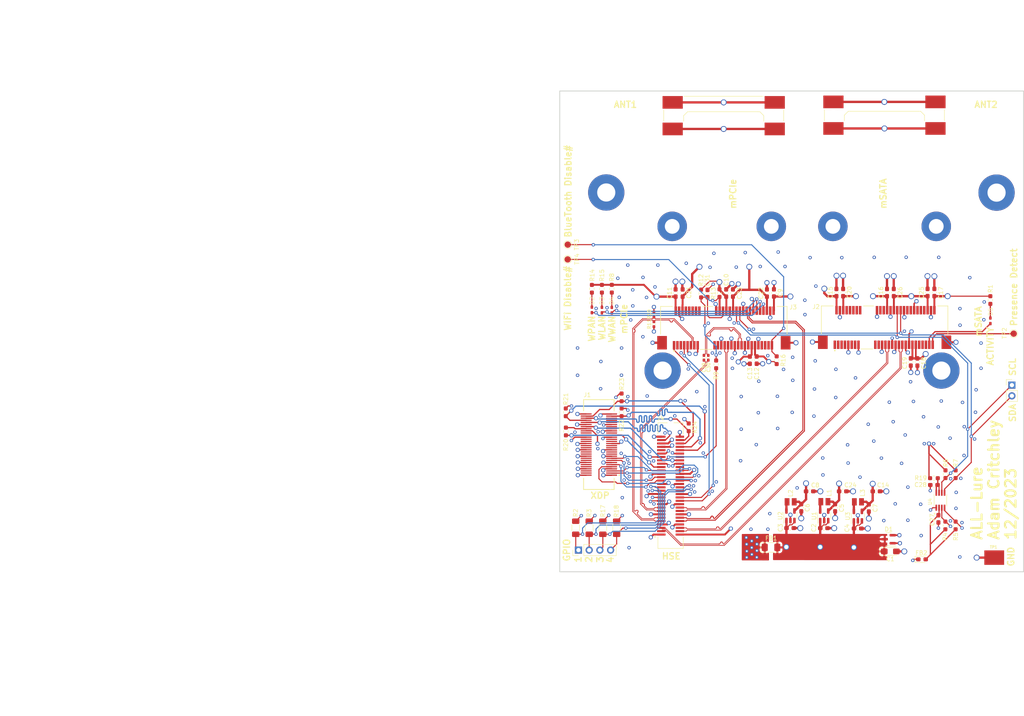
<source format=kicad_pcb>
(kicad_pcb (version 20221018) (generator pcbnew)
  (title_block (comment 4 "AISLER Project ID: JZXPPJLB"))
  (layers (0 "F.Cu" signal) (1 "In1.Cu" power) (2 "In2.Cu" signal) (31 "B.Cu" signal) (34 "B.Paste" user) (35 "F.Paste" user) (36 "B.SilkS" user "B.Silkscreen") (37 "F.SilkS" user "F.Silkscreen") (38 "B.Mask" user) (39 "F.Mask" user) (44 "Edge.Cuts" user))
  (net 0 "")
  (net 1 "GND")
  (net 2 "/+5VBUS")
  (net 3 "+1V5")
  (net 4 "+3V3")
  (net 5 "/mPCIe_3V3")
  (net 6 "Net-(U4-VREF1)")
  (net 7 "Net-(U4-EN)")
  (net 8 "/mPCIe_TX_P")
  (net 9 "/mPCIe_TX_N")
  (net 10 "/PWROK")
  (net 11 "/mSATA_TX_P")
  (net 12 "/mSATA_TX_N")
  (net 13 "/mSATA_RX_P")
  (net 14 "/mSATA_RX_N")
  (net 15 "/REFCLK_P")
  (net 16 "/REFCLK_N")
  (net 17 "Net-(D2-K)")
  (net 18 "Net-(D3-K)")
  (net 19 "Net-(D4-K)")
  (net 20 "Net-(D5-K)")
  (net 21 "+5V")
  (net 22 "+1V8")
  (net 23 "/PREQ")
  (net 25 "/PRDY")
  (net 27 "/OBSDATA_A0")
  (net 29 "/OBSDATA_A1")
  (net 31 "/OBSDATA_A2")
  (net 33 "/OBSDATA_A3")
  (net 47 "/nSRST")
  (net 51 "/VP18S")
  (net 53 "/RESET_IN")
  (net 55 "/RESET_OUT")
  (net 57 "/TDO")
  (net 59 "/nTRST")
  (net 61 "/TDI")
  (net 62 "/TCK")
  (net 63 "/TMS")
  (net 79 "/SCL")
  (net 80 "/SDA")
  (net 89 "Net-(J2-PRESS_DET)")
  (net 90 "/mPCIe_WAKEB")
  (net 94 "/mPCIe_CLKREQ3_B")
  (net 100 "Net-(J3-WIFI_DISABLE#)")
  (net 102 "/mPCIe_RX_N")
  (net 103 "/mPCIe_RX_P")
  (net 104 "/USB_HOST_DN")
  (net 105 "/USB_HOST_DP")
  (net 106 "Net-(D2-A)")
  (net 107 "Net-(D3-A)")
  (net 108 "Net-(D4-A)")
  (net 112 "Net-(J3-BT_DISABLE#)")
  (net 113 "/I2C6_SCL")
  (net 114 "/I2C6_SDA")
  (net 115 "/EXP_GPIO1")
  (net 116 "/EXP_GPIO3")
  (net 117 "/EXP_GPIO2")
  (net 118 "/EXP_GPIO4")
  (net 120 "Net-(J4-PMC_CORE_PWROK)")
  (net 123 "Net-(U1-LX)")
  (net 124 "Net-(U2-LX)")
  (net 125 "Net-(U3-LX)")
  (net 126 "Net-(D5-A)")
  (net 127 "/PETP")
  (net 128 "/PETN")
  (net 129 "Net-(J1-HOOK6)")
  (footprint "MountingHole:MountingHole_4.3mm_M4_Pad" (layer "F.Cu") (at 112.4 108.2)
    (fp_text reference "H1" hide)
    (fp_text value "MountingHole_Pad" hide)
  )
  (footprint "Capacitor_SMD:C_0603_1608Metric_Pad1.08x0.95mm_HandSolder" (layer "F.Cu") (at 176.7367 135.3242)
    (fp_text reference "C28")
    (fp_text value "0.1uF" hide)
  )
  (footprint "Capacitor_SMD:C_0603_1608Metric_Pad1.08x0.95mm_HandSolder" (layer "F.Cu") (at 158.6558 145.644)
    (fp_text reference "C4")
    (fp_text value "10uF" hide)
  )
  (footprint "Capacitor_SMD:C_0402_1005Metric_Pad0.74x0.62mm_HandSolder" (layer "F.Cu") (at 123.225 105.1575 -90)
    (fp_text reference "C30")
    (fp_text value "0.1uF 16V" hide)
  )
  (footprint "Package_TO_SOT_SMD:SOT-23" (layer "F.Cu") (at 166.0167 148.1836 180)
    (fp_text reference "D1")
    (fp_text value "BAT54C" hide)
  )
  (footprint "Capacitor_SMD:C_0603_1608Metric_Pad1.08x0.95mm_HandSolder" (layer "F.Cu") (at 134.7 105.7125 -90)
    (fp_text reference "C12")
    (fp_text value "0.1uF" hide)
  )
  (footprint "Resistor_SMD:R_0402_1005Metric_Pad0.72x0.64mm_HandSolder" (layer "F.Cu") (at 110.3376 94.9319 90)
    (fp_text reference "R10")
    (fp_text value "49.9R 1%" hide)
  )
  (footprint "Resistor_SMD:R_1206_3216Metric_Pad1.30x1.75mm_HandSolder" (layer "F.Cu") (at 98.2224 145.4652 -90)
    (fp_text reference "R17")
    (fp_text value "10K" hide)
  )
  (footprint "Diode_LTST:LTST-S270TGKT-HandSolder" (layer "F.Cu") (at 98.025 93.845 90)
    (fp_text reference "D3")
    (fp_text value "LED" hide)
  )
  (footprint "Capacitor_SMD:C_0603_1608Metric_Pad1.08x0.95mm_HandSolder" (layer "F.Cu") (at 127.475 89.8025 90)
    (fp_text reference "C10")
    (fp_text value "0.1uF" hide)
  )
  (footprint "MountingHole:MountingHole_4.3mm_M4_Pad" (layer "F.Cu") (at 191.5922 66)
    (fp_text reference "H10" hide)
    (fp_text value "MountingHole_Pad" hide)
  )
  (footprint "Resistor_SMD:R_0603_1608Metric_Pad0.98x0.95mm_HandSolder" (layer "F.Cu") (at 121.525 89.925 -90)
    (fp_text reference "R12")
    (fp_text value "10K" hide)
  )
  (footprint "Resistor_SMD:R_0603_1608Metric_Pad0.98x0.95mm_HandSolder" (layer "F.Cu") (at 176.7367 133.7142 180)
    (fp_text reference "R19")
    (fp_text value "200K" hide)
  )
  (footprint "Diode_SMD:D_0603_1608Metric_Pad1.05x0.95mm_HandSolder" (layer "F.Cu") (at 173.9138 152.9588)
    (fp_text reference "FB2")
    (fp_text value "600R 0.5A" hide)
  )
  (footprint "Resistor_SMD:R_1206_3216Metric_Pad1.30x1.75mm_HandSolder" (layer "F.Cu") (at 91.7962 145.4652 -90)
    (fp_text reference "R2")
    (fp_text value "10K" hide)
  )
  (footprint "Resistor_SMD:R_0603_1608Metric_Pad0.98x0.95mm_HandSolder" (layer "F.Cu") (at 89.4588 122.6375 -90)
    (fp_text reference "R20")
    (fp_text value "1K 5%" hide)
  )
  (footprint "Resistor_SMD:R_0603_1608Metric_Pad0.98x0.95mm_HandSolder" (layer "F.Cu") (at 102.6668 114.5559 -90)
    (fp_text reference "R23")
    (fp_text value "10K 5%" hide)
  )
  (footprint "Connector_PinHeader_2.54mm:PinHeader_1x02_P2.54mm_Vertical" (layer "F.Cu") (at 195.2244 111.6484)
    (fp_text reference "J5" hide)
    (fp_text value "Conn_01x02" hide)
  )
  (footprint "MountingHole:MountingHole_6.4mm_M6_DIN965" (layer "F.Cu") (at 188.849 50.292)
    (fp_text reference "H8" hide)
    (fp_text value "MountingHole" hide)
  )
  (footprint "Resistor_SMD:R_1206_3216Metric_Pad1.30x1.75mm_HandSolder" (layer "F.Cu") (at 94.9966 145.4652 -90)
    (fp_text reference "R3")
    (fp_text value "10K" hide)
  )
  (footprint "Resistor_SMD:R_0603_1608Metric_Pad0.98x0.95mm_HandSolder" (layer "F.Cu") (at 179.451 144.9267 -90)
    (fp_text reference "R4")
    (fp_text value "10K" hide)
  )
  (footprint "TestPoint:TestPoint_Pad_D1.5mm" (layer "F.Cu") (at 195.6562 99.441)
    (fp_text reference "TP2")
    (fp_text value "PresenceDetect" hide)
  )
  (footprint "Capacitor_SMD:C_0603_1608Metric_Pad1.08x0.95mm_HandSolder" (layer "F.Cu") (at 161.3028 140.7689 -90)
    (fp_text reference "C7")
    (fp_text value "22uF" hide)
  )
  (footprint "PCA9306DCTR:SOP65P400X130-8N" (layer "F.Cu") (at 178.2772 138.9417 90)
    (fp_text reference "U4")
    (fp_text value "PCA9306DCTR" hide)
  )
  (footprint "Resistor_SMD:R_0603_1608Metric_Pad0.98x0.95mm_HandSolder" (layer "F.Cu") (at 118.59 121.6475 -90)
    (fp_text reference "R24")
    (fp_text value "10K 5%" hide)
  )
  (footprint "Capacitor_SMD:C_0603_1608Metric_Pad1.08x0.95mm_HandSolder" (layer "F.Cu") (at 115.475 89.8025 90)
    (fp_text reference "C11")
    (fp_text value "0.1uF" hide)
  )
  (footprint "MountingHole:MountingHole_3.5mm_Pad" (layer "F.Cu") (at 177.29 74)
    (fp_text reference "H5" hide)
    (fp_text value "MountingHole_Pad" hide)
  )
  (footprint "67910-5700:MOLEX_67910-5700" (layer "F.Cu") (at 163.24 97.975)
    (fp_text reference "J2")
    (fp_text value "mSATA" hide)
  )
  (footprint "Resistor_SMD:R_0603_1608Metric_Pad0.98x0.95mm_HandSolder" (layer "F.Cu") (at 181.8792 144.9217 90)
    (fp_text reference "R5")
    (fp_text value "10K" hide)
  )
  (footprint "Diode_LTST:LTST-S270TGKT-HandSolder" (layer "F.Cu") (at 95.645 93.81 90)
    (fp_text reference "D2")
    (fp_text value "LED" hide)
  )
  (footprint "BSH-030-01-L-D-TR:SAMTEC_BSH-030-01-X-D" (layer "F.Cu") (at 97.2882 125.741 90)
    (fp_text reference "J1")
    (fp_text value "XDP" hide)
  )
  (footprint "Capacitor_SMD:C_0603_1608Metric_Pad1.08x0.95mm_HandSolder" (layer "F.Cu") (at 176.84 89.6825 90)
    (fp_text reference "C17")
    (fp_text value "0.1uF" hide)
  )
  (footprint "Package_TO_SOT_SMD:SOT-23-5" (layer "F.Cu") (at 150.716525 142.643125 90)
    (fp_text reference "U1")
    (fp_text value "SC189HSKTRT" hide)
  )
  (footprint "MAKK2016T1R0M:INDC2016X100N" (layer "F.Cu") (at 150.762475 139.283125)
    (fp_text reference "L1")
    (fp_text value "1uH" hide)
  )
  (footprint "Capacitor_SMD:C_0603_1608Metric_Pad1.08x0.95mm_HandSolder" (layer "F.Cu") (at 133.09 105.7275 -90)
    (fp_text reference "C13")
    (fp_text value "0.1uF" hide)
  )
  (footprint "Capacitor_SMD:C_0603_1608Metric_Pad1.08x0.95mm_HandSolder" (layer "F.Cu") (at 117.145 89.8025 -90)
    (fp_text reference "C21")
    (fp_text value "0.1uF" hide)
  )
  (footprint "Capacitor_SMD:C_0603_1608Metric_Pad1.08x0.95mm_HandSolder" (layer "F.Cu") (at 155.205 89.6975 -90)
    (fp_text reference "C20")
    (fp_text value "0.1uF" hide)
  )
  (footprint "MountingHole:MountingHole_4.3mm_M4_Pad" (layer "F.Cu") (at 99.0346 65.9638)
    (fp_text reference "H9" hide)
    (fp_text value "MountingHole_Pad" hide)
  )
  (footprint "0480995701:MOLEX_0480995701" (layer "F.Cu") (at 126.885 47.75)
    (fp_text reference "J9" hide)
    (fp_text value "0480995701" hide)
  )
  (footprint "Capacitor_SMD:C_0603_1608Metric_Pad1.08x0.95mm_HandSolder" (layer "F.Cu") (at 153.615 89.6975 90)
    (fp_text reference "C15")
    (fp_text value "0.1uF" hide)
  )
  (footprint "Diode_LTST:LTST-S270TGKT-HandSolder" (layer "F.Cu") (at 190.139 96.3934 90)
    (fp_text reference "D5")
    (fp_text value "LED" hide)
  )
  (footprint "Package_TO_SOT_SMD:SOT-23-5" (layer "F.Cu") (at 142.7064 142.6245 90)
    (fp_text reference "U2")
    (fp_text value "SC189ZSKTRT" hide)
  )
  (footprint "Capacitor_SMD:C_0603_1608Metric_Pad1.08x0.95mm_HandSolder" (layer "F.Cu") (at 153.311275 140.718025 -90)
    (fp_text reference "C5")
    (fp_text value "22uF" hide)
  )
  (footprint "Package_TO_SOT_SMD:SOT-23-5" (layer "F.Cu") (at 158.7028 142.719 90)
    (fp_text reference "U3")
    (fp_text value "SC189ZSKTRT" hide)
  )
  (footprint "Capacitor_SMD:C_0603_1608Metric_Pad1.08x0.95mm_HandSolder" (layer "F.Cu") (at 129.075 89.8025 -90)
    (fp_text reference "C23")
    (fp_text value "0.1uF" hide)
  )
  (footprint "Capacitor_SMD:C_0603_1608Metric_Pad1.08x0.95mm_HandSolder" (layer "F.Cu") (at 172.815 106.1725 -90)
    (fp_text reference "C18")
    (fp_text value "0.1uF" hide)
  )
  (footprint "MountingHole:MountingHole_3.5mm_Pad" (layer "F.Cu") (at 114.675 74)
    (fp_text reference "H4" hide)
    (fp_text value "MountingHole_Pad" hide)
  )
  (footprint "TestPoint:TestPoint_Pad_D1.5mm" (layer "F.Cu") (at 89.9024 78.3336 -90)
    (fp_text reference "TP3")
    (fp_text value "TP_BT_DISABLE" hide)
  )
  (footprint "Capacitor_SMD:C_0603_1608Metric_Pad1.08x0.95mm_HandSolder" (layer "F.Cu") (at 177.7992 143.3517 -90)
    (fp_text reference "C27")
    (fp_text value "0.1uF" hide)
  )
  (footprint "Resistor_SMD:R_0603_1608Metric_Pad0.98x0.95mm_HandSolder" (layer "F.Cu") (at 190.119 91.4709 90)
    (fp_text reference "R1")
    (fp_text value "330R" hide)
  )
  (footprint "Capacitor_SMD:C_0402_1005Metric_Pad0.74x0.62mm_HandSolder" (layer "F.Cu") (at 122.2 105.1575 -90)
    (fp_text reference "C29")
    (fp_text value "0.1uF 16V" hide)
  )
  (footprint "3-5177986-2:TE_3-5177986-2" (layer "F.Cu") (at 114.2896 135.4814 90)
    (fp_text reference "J4")
    (fp_text value "HSE" hide)
  )
  (footprint "Capacitor_SMD:C_0603_1608Metric_Pad1.08x0.95mm_HandSolder" (layer "F.Cu") (at 163.092757 136.833)
    (fp_text reference "C14")
    (fp_text value "1uF" hide)
  )
  (footprint "Capacitor_SMD:C_0603_1608Metric_Pad1.08x0.95mm_HandSolder" (layer "F.Cu") (at 175.23 89.6825 -90)
    (fp_text reference "C25")
    (fp_text value "0.1uF" hide)
  )
  (footprint "Resistor_SMD:R_0603_1608Metric_Pad0.98x0.95mm_HandSolder" (layer "F.Cu") (at 102.6668 118.0865 -90)
    (fp_text reference "R22")
    (fp_text value "1K 5%" hide)
  )
  (footprint "MountingHole:MountingHole_6.4mm_M6_DIN965" (layer "F.Cu") (at 103.0732 50.292)
    (fp_text reference "H7" hide)
    (fp_text value "MountingHole" hide)
  )
  (footprint "Capacitor_Tantalum_SMD:CP_EIA-3216-18_Kemet-A_Pad1.58x1.35mm_HandSolder" (layer "F.Cu") (at 166.3983 151.0792)
    (fp_text reference "C1")
    (fp_text value "33uF" hide)
  )
  (footprint "Capacitor_SMD:C_0603_1608Metric_Pad1.08x0.95mm_HandSolder" (layer "F.Cu") (at 138.795 89.7775 90)
    (fp_text reference "C9")
    (fp_text value "0.1uF" hide)
  )
  (footprint "Resistor_SMD:R_0603_1608Metric_Pad0.98x0.95mm_HandSolder" (layer "F.Cu") (at 125.095 106.7289 90)
    (fp_text reference "R9")
    (fp_text value "0R" hide)
  )
  (footprint "MountingHole:MountingHole_4.3mm_M4_Pad" (layer "F.Cu") (at 178.5 108.2)
    (fp_text reference "H2" hide)
    (fp_text value "MountingHole_Pad" hide)
  )
  (footprint "Diode_LTST:LTST-S270TGKT-HandSolder" (layer "F.Cu") (at 100.37 93.87 90)
    (fp_text reference "D4")
    (fp_text value "LED" hide)
  )
  (footprint "MountingHole:MountingHole_3.2mm_M3_DIN965" (layer "F.Cu") (at 142.175 63)
    (fp_text reference "H11" hide)
    (fp_text value "MountingHole" hide)
  )
  (footprint "Resistor_SMD:R_0603_1608Metric_Pad0.98x0.95mm_HandSolder" (layer "F.Cu") (at 125.885 89.8225 -90)
    (fp_text reference "R13")
    (fp_text value "100K" hide)
  )
  (footprint "Resistor_SMD:R_0603_1608Metric_Pad0.98x0.95mm_HandSolder" (layer "F.Cu") (at 89.4334 118.09635 90)
    (fp_text reference "R21")
    (fp_text value "1K 5%" hide)
  )
  (footprint "Capacitor_SMD:C_0603_1608Metric_Pad1.08x0.95mm_HandSolder" (layer "F.Cu") (at 150.644525 145.568125)
    (fp_text reference "C2")
    (fp_text value "10uF" hide)
  )
  (footprint "MountingHole:MountingHole_3.5mm_Pad" (layer "F.Cu") (at 152.78 74)
    (fp_text reference "H6" hide)
    (fp_text value "MountingHole_Pad" hide)
  )
  (footprint "Resistor_SMD:R_0603_1608Metric_Pad0.98x0.95mm_HandSolder" (layer "F.Cu") (at 139.446 105.7383 -90)
    (fp_text reference "R16")
    (fp_text value "100K" hide)
  )
  (footprint "MountingHole:MountingHole_3.2mm_M3_DIN965" (layer "F.Cu") (at 110.675 63)
    (fp_text reference "H12" hide)
    (fp_text value "MountingHole" hide)
  )
  (footprint "Capacitor_SMD:C_0603_1608Metric_Pad1.08x0.95mm_HandSolder" (layer "F.Cu") (at 123.05 89.925 -90)
    (fp_text reference "C31")
    (fp_text value "0.1uF" hide)
  )
  (footprint "Diode_SMD:D_1206_3216Metric_Pad1.42x1.75mm_HandSolder" (layer "F.Cu") (at 138.1109 150.1282)
    (fp_text reference "FB1")
    (fp_text value "220R 4A" hide)
  )
  (footprint "Capacitor_SMD:C_0603_1608Metric_Pad1.08x0.95mm_HandSolder" (layer "F.Cu") (at 171.245 106.165 -90)
    (fp_text reference "C19")
    (fp_text value "0.1uF" hide)
  )
  (footprint "Resistor_SMD:R_1206_3216Metric_Pad1.30x1.75mm_HandSolder" (layer "F.Cu") (at 101.499 145.4652 -90)
    (fp_text reference "R18")
    (fp_text value "10K" hide)
  )
  (footprint "MAKK2016T1R0M:INDC2016X100N" (layer "F.Cu") (at 158.7158 139.319 180)
    (fp_text reference "L3")
    (fp_text value "1uH" hide)
  )
  (footprint "0480995701:MOLEX_0480995701" (layer "F.Cu") (at 165 47.635)
    (fp_text reference "J8" hide)
    (fp_text value "0480995701" hide)
  )
  (footprint "Capacitor_SMD:C_0603_1608Metric_Pad1.08x0.95mm_HandSolder" (layer "F.Cu") (at 165.615 89.6975 90)
    (fp_text reference "C16")
    (fp_text value "0.1uF" hide)
  )
  (footprint "Capacitor_SMD:C_0603_1608Metric_Pad1.08x0.95mm_HandSolder" (layer "F.Cu") (at 145.2894 140.7169 -90)
    (fp_text reference "C6")
    (fp_text value "22uF" hide)
  )
  (footprint "MountingHole:MountingHole_3.5mm_Pad" (layer "F.Cu") (at 138.175 74)
    (fp_text reference "H3" hide)
    (fp_text value "MountingHole_Pad" hide)
  )
  (footprint "Resistor_SMD:R_0603_1608Metric_Pad0.98x0.95mm_HandSolder" (layer "F.Cu") (at 181.8792 132.7717 90)
    (fp_text reference "R7")
    (fp_text value "2.2K" hide)
  )
  (footprint "Resistor_SMD:R_0603_1608Metric_Pad0.98x0.95mm_HandSolder" (layer "F.Cu") (at 179.4764 132.7667 90)
    (fp_text reference "R6")
    (fp_text value "2.2K" hide)
  )
  (footprint "Resistor_SMD:R_0402_1005Metric_Pad0.72x0.64mm_HandSolder" (layer "F.Cu") (at 110.3376 97.1937 -90)
    (fp_text reference "R11")
    (fp_text value "49.9R 1%" hide)
  )
  (footprint "Capacitor_SMD:C_0603_1608Metric_Pad1.08x0.95mm_HandSolder" (layer "F.Cu") (at 142.6464 145.542)
    (fp_text reference "C3")
    (fp_text value "10uF" hide)
  )
  (footprint "Resistor_SMD:R_0603_1608Metric_Pad0.98x0.95mm_HandSolder" (layer "F.Cu") (at 95.625 88.7975 90)
    (fp_text reference "R14")
    (fp_text value "330R" hide)
  )
  (footprint "Resistor_SMD:R_0603_1608Metric_Pad0.98x0.95mm_HandSolder" (layer "F.Cu") (at 100.35 88.7825 -90)
    (fp_text reference "R8")
    (fp_text value "330R" hide)
  )
  (footprint "5095:KEYSTONE_5095" (layer "F.Cu") (at 191.0334 152.5524)
    (fp_text reference "TP1")
    (fp_text value "5095" hide)
  )
  (footprint "Capacitor_SMD:C_0603_1608Metric_Pad1.08x0.95mm_HandSolder" (layer "F.Cu") (at 167.215 89.6975 -90)
    (fp_text reference "C26")
    (fp_text value "0.1uF" hide)
  )
  (footprint "MAKK2016T1R0M:INDC2016X100N" (layer "F.Cu") (at 142.7564 139.317)
    (fp_text reference "L2")
    (fp_text value "1uH" hide)
  )
  (footprint "TestPoint:TestPoint_Pad_D1.5mm" (layer "F.Cu") (at 89.8838 81.8388 -90)
    (fp_text reference "TP4")
    (fp_text value "TP_W_DISABLE" hide)
  )
  (footprint "Connector_PinHeader_2.54mm:PinHeader_1x04_P2.54mm_Vertical" (layer "F.Cu") (at 92.445 150.766 90)
    (fp_text reference "J6" hide)
    (fp_text value "GPIO" hide)
  )
  (footprint "Capacitor_SMD:C_0603_1608Metric_Pad1.08x0.95mm_HandSolder" (layer "F.Cu") (at 147.2803 136.8318)
    (fp_text reference "C8")
    (fp_text value "1uF" hide)
  )
  (footprint "Capacitor_SMD:C_0603_1608Metric_Pad1.08x0.95mm_HandSolder" (layer "F.Cu") (at 155.113575 136.832925 180)
    (fp_text reference "C24")
    (fp_text value "1uF" hide)
  )
  (footprint "Capacitor_SMD:C_0603_1608Metric_Pad1.08x0.95mm_HandSolder" (layer "F.Cu") (at 137.1346 89.8 -90)
    (fp_text reference "C22")
    (fp_text value "0.1uF" hide)
  )
  (footprint "Resistor_SMD:R_0603_1608Metric_Pad0.98x0.95mm_HandSolder" (layer "F.Cu") (at 98 88.7925 90)
    (fp_text reference "R15")
    (fp_text value "330R" hide)
  )
  (footprint "67910-5700:MOLEX_67910-5700" (layer "F.Cu") (at 125.115 98.09)
    (fp_text reference "J3")
    (fp_text value "mPCIe" hide)
  )
  (gr_rect (start 88 41.9052) (end 198 155.9052) (stroke (width 0.2)) (fill none) (layer "Edge.Cuts"))
  (gr_text "ANT2" (at 186.182 46) (layer "F.SilkS") (effects (font (size 1.5 1.5) (thickness 0.3) bold) (justify left bottom)))
  (gr_text "mPCIe" (at 129.965 70 90) (layer "F.SilkS") (effects (font (size 1.5 1.5) (thickness 0.3) bold) (justify left bottom)))
  (gr_text "mPCIe" (at 104.14 99.665 90) (layer "F.SilkS") (effects (font (size 1.5 1.5) (thickness 0.3) bold) (justify left bottom)))
  (gr_text "BlueTooth Disable#" (at 90.8744 76.8096 90) (layer "F.SilkS") (effects (font (size 1.5 1.5) (thickness 0.3) bold) (justify left bottom)))
  (gr_text "1" (at 93.255 153.906 90) (layer "F.SilkS") (effects (font (size 1.5 1.5) (thickness 0.3) bold) (justify left bottom)))
  (gr_text "HSE" (at 112.0648 153.0858) (layer "F.SilkS") (effects (font (size 1.5 1.5) (thickness 0.3) bold) (justify left bottom)))
  (gr_text "2" (at 95.795 153.896 90) (layer "F.SilkS") (effects (font (size 1.5 1.5) (thickness 0.3) bold) (justify left bottom)))
  (gr_text "mSATA" (at 165.59 70 90) (layer "F.SilkS") (effects (font (size 1.5 1.5) (thickness 0.3) bold) (justify left bottom)))
  (gr_text "WWAN" (at 101.275 101.72 90) (layer "F.SilkS") (effects (font (size 1.5 1.5) (thickness 0.3) bold) (justify left bottom)))
  (gr_text "ALL-Lure\nAdam Critchley\n12/2023" (at 196.4182 148.59 90) (layer "F.SilkS") (effects (font (size 2.5 2.5) (thickness 0.5) bold) (justify left bottom)))
  (gr_text "WiFi Disable#" (at 90.7796 98.9076 90) (layer "F.SilkS") (effects (font (size 1.5 1.5) (thickness 0.3) bold) (justify left bottom)))
  (gr_text "ANT1" (at 100.6602 46) (layer "F.SilkS") (effects (font (size 1.5 1.5) (thickness 0.3) bold) (justify left bottom)))
  (gr_text "XDP" (at 95.1484 138.7094) (layer "F.SilkS") (effects (font (size 1.5 1.5) (thickness 0.3) bold) (justify left bottom)))
  (gr_text "SCL" (at 196.2658 109.6264 90) (layer "F.SilkS") (effects (font (size 1.5 1.5) (thickness 0.3) bold) (justify left bottom)))
  (gr_text "GPIO" (at 90.545 153.606 90) (layer "F.SilkS") (effects (font (size 1.5 1.5) (thickness 0.3) bold) (justify left bottom)))
  (gr_text "3" (at 98.465 153.916 90) (layer "F.SilkS") (effects (font (size 1.5 1.5) (thickness 0.3) bold) (justify left bottom)))
  (gr_text "ACTIVITY" (at 190.994 107.1584 90) (layer "F.SilkS") (effects (font (size 1.5 1.5) (thickness 0.3) bold) (justify left bottom)))
  (gr_text "4" (at 100.865 153.966 90) (layer "F.SilkS") (effects (font (size 1.5 1.5) (thickness 0.3) bold) (justify left bottom)))
  (gr_text "WLAN" (at 98.9 101.195 90) (layer "F.SilkS") (effects (font (size 1.5 1.5) (thickness 0.3) bold) (justify left bottom)))
  (gr_text "WPAN" (at 96.475 101.495 90) (layer "F.SilkS") (effects (font (size 1.5 1.5) (thickness 0.3) bold) (justify left bottom)))
  (gr_text "GND" (at 195.8848 154.7876 90) (layer "F.SilkS") (effects (font (size 1.5 1.5) (thickness 0.3) bold) (justify left bottom)))
  (gr_text "SDA" (at 196.2658 120.5484 90) (layer "F.SilkS") (effects (font (size 1.5 1.5) (thickness 0.3) bold) (justify left bottom)))
  (gr_text "mSATA" (at 188.155 100.305 90) (layer "F.SilkS") (effects (font (size 1.5 1.5) (thickness 0.3) bold) (justify left bottom)))
  (gr_text "Presence Detect" (at 196.5706 97.8154 90) (layer "F.SilkS") (effects (font (size 1.5 1.5) (thickness 0.3) bold) (justify left bottom)))
  (segment (start 135.115 102.19) (end 135.115 100.6856) (width 0.35) (layer "F.Cu") (net 1))
  (segment (start 112.255 101.6) (end 112.265 101.59) (width 0.55) (layer "F.Cu") (net 1))
  (segment (start 92.202 118.491) (end 94.2582 118.491) (width 0.3) (layer "F.Cu") (net 1))
  (segment (start 102.609741 125.0409) (end 102.149641 125.501) (width 0.3) (layer "F.Cu") (net 1))
  (segment (start 117.075 87.103) (end 117.075 88.94) (width 0.55) (layer "F.Cu") (net 1))
  (segment (start 90.775 124.775) (end 91.559 123.991) (width 0.3) (layer "F.Cu") (net 1))
  (segment (start 116.49 122.8) (end 116.49 123.881) (width 0.45) (layer "F.Cu") (net 1))
  (segment (start 165.4468 136.833) (end 163.955257 136.833) (width 0.55) (layer "F.Cu") (net 1))
  (segment (start 92.2782 128.4986) (end 92.2858 128.491) (width 0.3) (layer "F.Cu") (net 1))
  (segment (start 158.85 103.925) (end 158.84 103.915) (width 0.35) (layer "F.Cu") (net 1))
  (segment (start 131.5212 93.9838) (end 131.515 93.99) (width 0.35) (layer "F.Cu") (net 1))
  (segment (start 133.915 91.573437) (end 133.915 93.99) (width 0.35) (layer "F.Cu") (net 1))
  (segment (start 147.9348 101.417) (end 150.368 101.417) (width 0.45) (layer "F.Cu") (net 1))
  (segment (start 176.4717 140.7117) (end 175.9292 141.2542) (width 0.25) (layer "F.Cu") (net 1))
  (segment (start 142.7064 143.762) (end 142.7064 142.4016) (width 0.35) (layer "F.Cu") (net 1))
  (segment (start 110.36 123.88) (end 112.0882 123.88) (width 0.45) (layer "F.Cu") (net 1))
  (segment (start 133.09 106.59) (end 131.675 106.59) (width 0.45) (layer "F.Cu") (net 1))
  (segment (start 167.9608 151.0792) (end 169.7068 151.0792) (width 0.55) (layer "F.Cu") (net 1))
  (segment (start 129.515 104.07) (end 129.515 102.19) (width 0.35) (layer "F.Cu") (net 1))
  (segment (start 118.93317 132.6814) (end 116.4896 132.6814) (width 0.45) (layer "F.Cu") (net 1))
  (segment (start 161.056843 145.644) (end 159.5183 145.644) (width 0.55) (layer "F.Cu") (net 1))
  (segment (start 91.7968 143.9152) (end 91.7962 143.9152) (width 0.25) (layer "F.Cu") (net 1))
  (segment (start 154.44 95.535) (end 154.44 93.875) (width 0.25) (layer "F.Cu") (net 1))
  (segment (start 98.508198 121.001) (end 100.3082 121.001) (width 0.3) (layer "F.Cu") (net 1))
  (segment (start 98.3488 132.9944) (end 98.3522 132.991) (width 0.3) (layer "F.Cu") (net 1))
  (segment (start 137.925 95.6215) (end 137.925 94) (width 0.35) (layer "F.Cu") (net 1))
  (segment (start 132.715 100.6602) (end 132.715 102.19) (width 0.35) (layer "F.Cu") (net 1))
  (segment (start 104.15 117.575) (end 103.749 117.174) (width 0.3) (layer "F.Cu") (net 1))
  (segment (start 108.605244 137.967644) (end 109.116488 137.4564) (width 0.45) (layer "F.Cu") (net 1))
  (segment (start 92.307 132.991) (end 94.2682 132.991) (width 0.3) (layer "F.Cu") (net 1))
  (segment (start 131.915 103.9705) (end 131.915 102.19) (width 0.35) (layer "F.Cu") (net 1))
  (segment (start 153.615 85.74) (end 153.64 85.715) (width 0.55) (layer "F.Cu") (net 1))
  (segment (start 156.45 103.875) (end 156.44 103.865) (width 0.35) (layer "F.Cu") (net 1))
  (segment (start 125.115 92.558179) (end 125.115 93.99) (width 0.35) (layer "F.Cu") (net 1))
  (segment (start 153.615 88.835) (end 153.615 85.74) (width 0.55) (layer "F.Cu") (net 1))
  (segment (start 150.716525 142.450275) (end 150.716525 143.780625) (width 0.35) (layer "F.Cu") (net 1))
  (segment (start 191.0334 152.5524) (end 186.8678 152.5524) (width 0.55) (layer "F.Cu") (net 1))
  (segment (start 170.04 103.415) (end 170.04 102.075) (width 0.35) (layer "F.Cu") (net 1))
  (segment (start 98.658285 131.501) (end 100.3082 131.501) (width 0.3) (layer "F.Cu") (net 1))
  (segment (start 161.3066 143.2846) (end 161.3066 141.6352) (width 0.55) (layer "F.Cu") (net 1))
  (segment (start 112.0896 127.8814) (end 113.147602 127.8814) (width 0.35) (layer "F.Cu") (net 1))
  (segment (start 119.860516 131.754054) (end 118.93317 132.6814) (width 0.45) (layer "F.Cu") (net 1))
  (segment (start 92.205838 125.606738) (end 92.321576 125.491) (width 0.3) (layer "F.Cu") (net 1))
  (segment (start 167.3155 103.789971) (end 167.64 103.465471) (width 0.35) (layer "F.Cu") (net 1))
  (segment (start 110.246 147.0814) (end 109.601 147.7264) (width 0.45) (layer "F.Cu") (net 1))
  (segment (start 98.2468 124.305613) (end 98.551413 124.001) (width 0.3) (layer "F.Cu") (net 1))
  (segment (start 171.41925 98.9213) (end 170.84 99.50055) (width 0.35) (layer "F.Cu") (net 1))
  (segment (start 112.0896 147.0814) (end 110.246 147.0814) (width 0.45) (layer "F.Cu") (net 1))
  (segment (start 127.475 88.94) (end 127.475 88.9245) (width 0.55) (layer "F.Cu") (net 1))
  (segment (start 97.996322 118.501) (end 100.3082 118.501) (width 0.3) (layer "F.Cu") (net 1))
  (segment (start 92.3036 132.9944) (end 92.307 132.991) (width 0.3) (layer "F.Cu") (net 1))
  (segment (start 128.315 95.9464) (end 128.315 93.99) (width 0.3) (layer "F.Cu") (net 1))
  (segment (start 172.04 92.315) (end 172.6 91.755) (width 0.35) (layer "F.Cu") (net 1))
  (segment (start 172.815 108.6866) (end 172.815 107.035) (width 0.45) (layer "F.Cu") (net 1))
  (segment (start 131.5212 92.3798) (end 131.5212 93.9838) (width 0.35) (layer "F.Cu") (net 1))
  (segment (start 177.3022 140.7117) (end 176.4717 140.7117) (width 0.25) (layer "F.Cu") (net 1))
  (segment (start 147.9296 101.4222) (end 147.9348 101.417) (width 0.45) (layer "F.Cu") (net 1))
  (segment (start 134.7 106.575) (end 136.125 106.575) (width 0.45) (layer "F.Cu") (net 1))
  (segment (start 98.408698 121.1005) (end 98.508198 121.001) (width 0.3) (layer "F.Cu") (net 1))
  (segment (start 102.8446 142.5702) (end 101.4996 143.9152) (width 0.25) (layer "F.Cu") (net 1))
  (segment (start 112.0646 137.4564) (end 112.0896 137.4814) (width 0.45) (layer "F.Cu") (net 1))
  (segment (start 123.0625 89.0625) (end 124.395 87.73) (width 0.25) (layer "F.Cu") (net 1))
  (segment (start 117.0686 87.0966) (end 117.075 87.103) (width 0.55) (layer "F.Cu") (net 1))
  (segment (start 176.83 85.8314) (end 176.83 88.835) (width 0.55) (layer "F.Cu") (net 1))
  (segment (start 115.475 87.1032) (end 115.475 88.94) (width 0.55) (layer "F.Cu") (net 1))
  (segment (start 94.9972 143.9152) (end 94.9966 143.9152) (width 0.25) (layer "F.Cu") (net 1))
  (segment (start 127.475 88.9245) (end 128.825 87.5745) (width 0.55) (layer "F.Cu") (net 1))
  (segment (start 92.321576 125.491) (end 94.2682 125.491) (width 0.3) (layer "F.Cu") (net 1))
  (segment (start 144.018 101.6) (end 141.575 101.6) (width 0.45) (layer "F.Cu") (net 1))
  (segment (start 101.4996 143.9152) (end 101.499 143.9152) (width 0.25) (layer "F.Cu") (net 1))
  (segment (start 124.981321 92.4245) (end 125.115 92.558179) (width 0.35) (layer "F.Cu") (net 1))
  (segment (start 127.1624 147.0814) (end 116.4896 147.0814) (width 0.45) (layer "F.Cu") (net 1))
  (segment (start 126.315 102.19) (end 126.315 100.6356) (width 0.35) (layer "F.Cu") (net 1))
  (segment (start 98.308785 131.8505) (end 98.658285 131.501) (width 0.3) (layer "F.Cu") (net 1))
  (segment (start 175.2092 88.7992) (end 175.23 88.82) (width 0.55) (layer "F.Cu") (net 1))
  (segment (start 118.6434 142.2814) (end 116.4896 142.2814) (width 0.45) (layer "F.Cu") (net 1))
  (segment (start 92.2858 128.491) (end 94.2682 128.491) (width 0.3) (layer "F.Cu") (net 1))
  (segment (start 143.5089 145.542) (end 145.0188 145.542) (width 0.55) (layer "F.Cu") (net 1))
  (segment (start 166.44 95.425) (end 166.44 93.875) (width 0.35) (layer "F.Cu") (net 1))
  (segment (start 151.507025 145.568125) (end 153.080275 145.568125) (width 0.55) (layer "F.Cu") (net 1))
  (segment (start 116.4896 127.8814) (end 114.902 127.8814) (width 0.35) (layer "F.Cu") (net 1))
  (segment (start 169.7068 151.0792) (end 169.7094 151.0766) (width 0.55) (layer "F.Cu") (net 1))
  (segment (start 116.4896 137.4814) (end 118.8755 137.4814) (width 0.45) (layer "F.Cu") (net 1))
  (segment (start 123.05 89.0625) (end 123.0625 89.0625) (width 0.25) (layer "F.Cu") (net 1))
  (segment (start 117.025 95.9464) (end 116.315 95.2364) (width 0.35) (layer "F.Cu") (net 1))
  (segment (start 92.3036 129.9972) (end 92.3098 129.991) (width 0.3) (layer "F.Cu") (net 1))
  (segment (start 176.04 95.51) (end 176.04 93.875) (width 0.35) (layer "F.Cu") (net 1))
  (segment (start 176.8348 85.8266) (end 176.83 85.8314) (width 0.55) (layer "F.Cu") (net 1))
  (segment (start 168.6712 149.1336) (end 166.9542 149.1336) (width 0.4) (layer "F.Cu") (net 1))
  (segment (start 181.9656 101.475) (end 179.69 101.475) (width 0.45) (layer "F.Cu") (net 1))
  (segment (start 99.6188 142.5194) (end 98.223 143.9152) (width 0.25) (layer "F.Cu") (net 1))
  (segment (start 171.245 108.6358) (end 171.245 107.0275) (width 0.45) (layer "F.Cu") (net 1))
  (segment (start 169.64 95.465) (end 169.725 95.55) (width 0.3) (layer "F.Cu") (net 1))
  (segment (start 128.715 100.6226) (end 128.7018 100.6094) (width 0.35) (layer "F.Cu") (net 1))
  (segment (start 98.5764 127.001) (end 100.3082 127.001) (width 0.3) (layer "F.Cu") (net 1))
  (segment (start 98.551413 124.001) (end 100.3082 124.001) (width 0.3) (layer "F.Cu") (net 1))
  (segment (start 176.025 95.525) (end 176.04 95.51) (width 0.35) (layer "F.Cu") (net 1))
  (segment (start 138.985 44.6) (end 114.785 44.6) (width 0.55) (layer "F.Cu") (net 1))
  (segment (start 116.315 95.2364) (end 116.315 93.99) (width 0.35) (layer "F.Cu") (net 1))
  (segment (start 92.3098 129.991) (end 94.2682 129.991) (width 0.3) (layer "F.Cu") (net 1))
  (segment (start 130.355 87.66) (end 129.075 88.94) (width 0.55) (layer "F.Cu") (net 1))
  (segment (start 112.0882 123.88) (end 112.0896 123.8814) (width 0.45) (layer "F.Cu") (net 1))
  (segment (start 175.8792 136.6742) (end 175.8792 135.3292) (width 0.3) (layer "F.Cu") (net 1))
  (segment (start 155.194 88.824) (end 155.205 88.835) (width 0.55) (layer "F.Cu") (net 1))
  (segment (start 103.749 117.174) (end 102.6668 117.174) (width 0.3) (layer "F.Cu") (net 1))
  (segment (start 145.2748 143.2326) (end 145.2748 141.594) (width 0.55) (layer "F.Cu") (net 1))
  (segment (start 98.3522 132.991) (end 100.3082 132.991) (width 0.3) (layer "F.Cu") (net 1))
  (segment (start 153.311275 143.193125) (end 153.311275 141.580525) (width 0.55) (layer "F.Cu") (net 1))
  (segment (start 98.3512 128.501) (end 100.3082 128.501) (width 0.3) (layer "F.Cu") (net 1))
  (segment (start 138.985 50.9) (end 114.785 50.9) (width 0.55) (layer "F.Cu") (net 1))
  (segment (start 98.378 130.001) (end 100.3082 130.001) (width 0.3) (layer "F.Cu") (net 1))
  (segment (start 110.3376 93.1164) (end 110.3376 94.3344) (width 0.3) (layer "F.Cu") (net 1))
  (segment (start 98.3742 129.9972) (end 98.378 130.001) (width 0.3) (layer "F.Cu") (net 1))
  (segment (start 169.64 93.875) (end 169.64 95.465) (width 0.3) (layer "F.Cu") (net 1))
  (segment (start 110.169806 132.6814) (end 109.512853 133.338353) (width 0.45) (layer "F.Cu") (net 1))
  (segment (start 115.4684 87.0966) (end 115.475 87.1032) (width 0.55) (layer "F.Cu") (net 1))
  (segment (start 109.625 142.2814) (end 112.0896 142.2814) (width 0.45) (layer "F.Cu") (net 1))
  (segment (start 164.44 103.656673) (end 164.44 102.075) (width 0.35) (layer "F.Cu") (net 1))
  (segment (start 156.44 103.865) (end 156.44 102.075) (width 0.35) (layer "F.Cu") (net 1))
  (segment (start 92.3084 131.491) (end 94.2682 131.491) (width 0.3) (layer "F.Cu") (net 1))
  (segment (start 128.5748 145.669) (end 127.1624 147.0814) (width 0.45) (layer "F.Cu") (net 1))
  (segment (start 110.0328 101.6) (end 112.255 101.6) (width 0.55) (layer "F.Cu") (net 1))
  (segment (start 92.2782 127) (end 92.2872 126.991) (width 0.3) (layer "F.Cu") (net 1))
  (segment (start 172.04 92.315) (end 172.04 93.875) (width 0.35) (layer "F.Cu") (net 1))
  (segment (start 137.925 94) (end 137.915 93.99) (width 0.35) (layer "F.Cu") (net 1))
  (segment (start 112.0896 132.6814) (end 110.169806 132.6814) (width 0.45) (layer "F.Cu") (net 1))
  (segment (start 157.553075 136.832925) (end 155.976075 136.832925) (width 0.55) (layer "F.Cu") (net 1))
  (segment (start 163.24 95.422) (end 163.2458 95.4278) (width 0.35) (layer "F.Cu") (net 1))
  (segment (start 93.1164 142.5956) (end 91.7968 143.9152) (width 0.25) (layer "F.Cu") (net 1))
  (segment (start 170.84 99.50055) (end 170.84 102.075) (width 0.35) (layer "F.Cu") (net 1))
  (segment (start 120.715 103.76) (end 120.715 102.19) (width 0.35) (layer "F.Cu") (net 1))
  (segment (start 118.315 103.74) (end 118.315 102.19) (width 0.35) (layer "F.Cu") (net 1))
  (segment (start 91.559 123.991) (end 94.2682 123.991) (width 0.3) (layer "F.Cu") (net 1))
  (segment (start 96.3422 142.5702) (end 94.9972 143.9152) (width 0.25) (layer "F.Cu") (net 1))
  (segment (start 98.2726 127.3048) (end 98.5764 127.001) (width 0.3) (layer "F.Cu") (net 1))
  (segment (start 158.7028 143.8565) (end 158.7028 142.5226) (width 0.35) (layer "F.Cu") (net 1))
  (segment (start 164.355905 103.740768) (end 164.44 103.656673) (width 0.35) (layer "F.Cu") (net 1))
  (segment (start 90.024185 116.593065) (end 90.789231 116.593065) (width 0.3) (layer "F.Cu") (net 1))
  (segment (start 165.608 88.828) (end 165.615 88.835) (width 0.55) (layer "F.Cu") (net 1))
  (segment (start 128.715 102.19) (end 128.715 100.6226) (width 0.35) (layer "F.Cu") (net 1))
  (segment (start 92.2872 126.991) (end 94.2682 126.991) (width 0.3) (layer "F.Cu") (net 1))
  (segment (start 163.24 93.875) (end 163.24 95.422) (width 0.35) (layer "F.Cu") (net 1))
  (segment (start 102.149641 125.501) (end 100.3082 125.501) (width 0.3) (layer "F.Cu") (net 1))
  (segment (start 177.1 50.785) (end 152.9 50.785) (width 0.55) (layer "F.Cu") (net 1))
  (segment (start 110.3376 98.933) (end 110.3376 97.7912) (width 0.3) (layer "F.Cu") (net 1))
  (segment (start 165.608 85.8012) (end 165.608 88.828) (width 0.55) (layer "F.Cu") (net 1))
  (segment (start 175.8792 135.3292) (end 175.8742 135.3242) (width 0.3) (layer "F.Cu") (net 1))
  (segment (start 148.1428 136.8318) (end 149.796 136.8318) (width 0.55) (layer "F.Cu") (net 1))
  (segment (start 152.9 44.485) (end 177.1 44.485) (width 0.55) (layer "F.Cu") (net 1))
  (segment (start 116.49 123.881) (end 116.4896 123.8814) (width 0.45) (layer "F.Cu") (net 1))
  (segment (start 114.902 127.8814) (end 114.7318 127.7112) (width 0.35) (layer "F.Cu") (net 1))
  (segment (start 126.315 100.6356) (end 126.3142 100.6348) (width 0.35) (layer "F.Cu") (net 1))
  (segment (start 97.663244 118.834078) (end 97.996322 118.501) (width 0.3) (layer "F.Cu") (net 1))
  (segment (start 98.223 143.9152) (end 98.2224 143.9152) (width 0.25) (layer "F.Cu") (net 1))
  (segment (start 133.566971 91.225408) (end 133.915 91.573437) (width 0.35) (layer "F.Cu") (net 1))
  (segment (start 166.84 100.505097) (end 166.84 102.075) (width 0.35) (layer "F.Cu") (net 1))
  (segment (start 118.8755 137.4814) (end 118.9 137.4569) (width 0.45) (layer "F.Cu") (net 1))
  (segment (start 155.194 85.6996) (end 155.194 88.824) (width 0.55) (layer "F.Cu") (net 1))
  (segment (start 120.225 104.25) (end 120.715 103.76) (width 0.35) (layer "F.Cu") (net 1))
  (segment (start 137.1346 87.3506) (end 137.1346 88.9375) (width 0.55) (layer "F.Cu") (net 1))
  (segment (start 158.84 103.915) (end 158.84 102.075) (width 0.35) (layer "F.Cu") (net 1))
  (segment (start 170.55 103.925) (end 170.04 103.415) (width 0.35) (layer "F.Cu") (net 1))
  (segment (start 167.2082 85.8012) (end 167.2082 88.8282) (width 0.55) (layer "F.Cu") (net 1))
  (segment (start 177.7992 144.2142) (end 177.7992 145.5542) (width 0.25) (layer "F.Cu") (net 1))
  (segment (start 138.811 88.899) (end 138.795 88.915) (width 0.45) (layer "F.Cu") (net 1))
  (segment (start 113.147602 127.8814) (end 113.789102 127.2399) (width 0.35) (layer "F.Cu") (net 1))
  (segment (start 167.2082 88.8282) (end 167.215 88.835) (width 0.55) (layer "F.Cu") (net 1))
  (segment (start 89.4334 117.18385) (end 90.024185 116.593065) (width 0.3) (layer "F.Cu") (net 1))
  (segment (start 92.123211 120.991) (end 94.2682 120.991) (width 0.3) (layer "F.Cu") (net 1))
  (segment (start 167.64 103.465471) (end 167.64 102.075) (width 0.35) (layer "F.Cu") (net 1))
  (segment (start 175.2092 85.8012) (end 175.2092 88.7992) (width 0.55) (layer "F.Cu") (net 1))
  (segment (start 118.775 104.2) (end 118.315 103.74) (width 0.35) (layer "F.Cu") (net 1))
  (segment (start 109.116488 137.4564) (end 112.0646 137.4564) (width 0.45) (layer "F.Cu") (net 1))
  (segment (start 138.811 87.3252) (end 138.811 88.899) (width 0.45) (layer "F.Cu") (net 1))
  (segment (start 168.5392 147.2336) (end 166.9542 147.2336) (width 0.4) (layer "F.Cu") (net 1))
  (segment (start 141.575 101.6) (end 141.565 101.59) (width 0.45) (layer "F.Cu") (net 1))
  (via (at 96.3422 142.5702) (size 0.8) (drill 0.4) (layers "F.Cu" "B.Cu") (net 1))
  (via (at 155.194 85.6996) (size 1.4) (drill 1) (layers "F.Cu" "B.Cu") (net 1))
  (via (at 108.585 90.8558) (size 0.8) (drill 0.4) (layers "F.Cu" "B.Cu") (net 1))
  (via (at 126.873 50.9) (size 1.4) (drill 1) (layers "F.Cu" "B.Cu") (net 1))
  (via (at 115.280821 118.9405) (size 0.8) (drill 0.4) (layers "F.Cu" "B.Cu") (net 1))
  (via (at 153.082675 145.570525) (size 1.4) (drill 1) (layers "F.Cu" "B.Cu") (net 1))
  (via (at 180.662 143.8402) (size 0.8) (drill 0.4) (layers "F.Cu" "B.Cu") (net 1))
  (via (at 108.962027 136.73105) (size 0.8) (drill 0.4) (layers "F.Cu" "B.Cu") (net 1))
  (via (at 183.388 144.2466) (size 0.8) (drill 0.4) (layers "F.Cu" "B.Cu") (net 1))
  (via (at 134.62 125.7554) (size 0.8) (drill 0.4) (layers "F.Cu" "B.Cu") (net 1))
  (via (at 97.11025 122.6945) (size 0.8) (drill 0.4) (layers "F.Cu" "B.Cu") (net 1))
  (via (at 101.7778 86.3092) (size 0.8) (drill 0.4) (layers "F.Cu" "B.Cu") (net 1))
  (via (at 110.36 123.88) (size 1) (drill 0.6) (layers "F.Cu" "B.Cu") (net 1))
  (via (at 98.308785 131.8505) (size 1) (drill 0.6) (layers "F.Cu" "B.Cu") (net 1))
  (via (at 105.3338 92.8624) (size 0.8) (drill 0.4) (layers "F.Cu" "B.Cu") (net 1))
  (via (at 92.2274 109.3216) (size 0.8) (drill 0.4) (layers "F.Cu" "B.Cu") (net 1))
  (via (at 131.915 103.9705) (size 1) (drill 0.6) (layers "F.Cu" "B.Cu") (net 1))
  (via (at 159.2072 133.477) (size 0.8) (drill 0.4) (layers "F.Cu" "B.Cu") (net 1))
  (via (at 183.515 115.7478) (size 0.8) (drill 0.4) (layers "F.Cu" "B.Cu") (net 1))
  (via (at 129.368445 96.913383) (size 0.8) (drill 0.4) (layers "F.Cu" "B.Cu") (net 1))
  (via (at 176.664302 125.525993) (size 0.8) (drill 0.4) (layers "F.Cu" "B.Cu") (net 1))
  (via (at 97.6884 112.4966) (size 0.8) (drill 0.4) (layers "F.Cu" "B.Cu") (net 1))
  (via (at 164.355905 103.740768) (size 1) (drill 0.6) (layers "F.Cu" "B.Cu") (net 1))
  (via (at 154.44 95.535) (size 1) (drill 0.6) (layers "F.Cu" "B.Cu") (net 1))
  (via (at 124.212323 104.026678) (size 0.8) (drill 0.4) (layers "F.Cu" "B.Cu") (net 1))
  (via (at 182.9308 97.4344) (size 0.8) (drill 0.4) (layers "F.Cu" "B.Cu") (net 1))
  (via (at 102.8446 142.5702) (size 0.8) (drill 0.4) (layers "F.Cu" "B.Cu") (net 1))
  (via (at 136.125 106.575) (size 1.2) (drill 0.8) (layers "F.Cu" "B.Cu") (net 1))
  (via (at 108.605244 137.967644) (size 1) (drill 0.6) (layers "F.Cu" "B.Cu") (net 1))
  (via (at 156.3878 130.1242) (size 0.8) (drill 0.4) (layers "F.Cu" "B.Cu") (net 1))
  (via (at 130.355 87.66) (size 1.2) (drill 0.8) (layers "F.Cu" "B.Cu") (net 1))
  (via (at 180.5686 124.2314) (size 0.8) (drill 0.4) (layers "F.Cu" "B.Cu") (net 1))
  (via (at 164.846 143.764) (size 0.8) (drill 0.4) (layers "F.Cu" "B.Cu") (net 1))
  (via (at 139.6238 114.3) (size 0.8) (drill 0.4) (layers "F.Cu" "B.Cu") (net 1))
  (via (at 102.108 90.8304) (size 0.8) (drill 0.4) (layers "F.Cu" "B.Cu") (net 1))
  (via (at 166.44 95.425) (size 1) (drill 0.6) (layers "F.Cu" "B.Cu") (net 1))
  (via (at 108.7374 114.2238) (size 0.8) (drill 0.4) (layers "F.Cu" "B.Cu") (net 1))
  (via (at 96.629389 93.463649) (size 0.8) (drill 0.4) (layers "F.Cu" "B.Cu") (net 1))
  (via (at 173.5836 139.9032) (size 0.8) (drill 0.4) (layers "F.Cu" "B.Cu") (net 1))
  (via (at 119.9896 136.9822) (size 0.8) (drill 0.4) (layers "F.Cu" "B.Cu") (net 1))
  (via (at 109.310823 127.414177) (size 0.8) (drill 0.4) (layers "F.Cu" "B.Cu") (net 1))
  (via (at 171.8818 115.5192) (size 0.8) (drill 0.4) (layers "F.Cu" "B.Cu") (net 1))
  (via (at 131.0386 114.3508) (size 0.8) (drill 0.4) (layers "F.Cu" "B.Cu") (net 1))
  (via (at 124.395 87.73) (size 0.8) (drill 0.4) (layers "F.Cu" "B.Cu") (net 1))
  (via (at 146.1262 91.5162) (size 0.8) (drill 0.4) (layers "F.Cu" "B.Cu") (net 1))
  (via (at 180.6956 133.8326) (size 0.8) (drill 0.4) (layers "F.Cu" "B.Cu") (net 1))
  (via (at 174.465299 125.524801) (size 0.8) (drill 0.4) (layers "F.Cu" "B.Cu") (net 1))
  (via (at 170.55 103.925) (size 1) (drill 0.6) (layers "F.Cu" "B.Cu") (net 1))
  (via (at 148.7424 88.1634) (size 0.8) (drill 0.4) (layers "F.Cu" "B.Cu") (net 1))
  (via (at 117.025 95.9464) (size 1) (drill 0.6) (layers "F.Cu" "B.Cu") (net 1))
  (via (at 118.496808 107.817993) (size 0.8) (drill 0.4) (layers "F.Cu" "B.Cu") (net 1))
  (via (at 130.8862 129.5654) (size 0.8) (drill 0.4) (layers "F.Cu" "B.Cu") (net 1))
  (via (at 157.553075 136.832925) (size 1.4) (drill 1) (layers "F.Cu" "B.Cu") (net 1))
  (via (at 109.601 147.7264) (size 1) (drill 0.6) (layers "F.Cu" "B.Cu") (net 1))
  (via (at 146.1516 94.9198) (size 0.8) (drill 0.4) (layers "F.Cu" "B.Cu") (net 1))
  (via (at 158.7028 142.5226) (size 1) (drill 0.6) (layers "F.Cu" "B.Cu") (net 1))
  (via (at 147.3708 81.407) (size 0.8) (drill 0.4) (layers "F.Cu" "B.Cu") (net 1))
  (via (at 183.1086 133.7564) (size 0.8) (drill 0.4) (layers "F.Cu" "B.Cu") (net 1))
  (via (at 139.6746 121.92) (size 0.8) (drill 0.4) (layers "F.Cu" "B.Cu") (net 1))
  (via (at 149.796 136.8318) (size 1.4) (drill 1) (layers "F.Cu" "B.Cu") (net 1))
  (via (at 92.205838 125.606738) (size 1) (drill 0.6) (layers "F.Cu" "B.Cu") (net 1))
  (via (at 119.860516 131.754054) (size 1) (drill 0.6) (layers "F.Cu" "B.Cu") (net 1))
  (via (at 109.512853 133.338353) (size 1) (drill 0.6) (layers "F.Cu" "B.Cu") (net 1))
  (via (at 112.97131 122.982257) (size 0.8) (drill 0.4) (layers "F.Cu" "B.Cu") (net 1))
  (via (at 128.7018 100.6094) (size 1) (drill 0.6) (layers "F.Cu" "B.Cu") (net 1))
  (via (at 186.5884 118.0846) (size 0.8) (drill 0.4) (layers "F.Cu" "B.Cu") (net 1))
  (via (at 166.1668 115.697) (size 0.8) (drill 0.4) (layers "F.Cu" "B.Cu") (net 1))
  (via (at 144.2974 136.017) (size 0.8) (drill 0.4) (layers "F.Cu" "B.Cu") (net 1))
  (via (at 166.84 100.505097) (size 0.8) (drill 0.4) (layers "F.Cu" "B.Cu") (net 1))
  (via (at 164.973 44.485) (size 1.4) (drill 1) (layers "F.Cu" "B.Cu") (net 1))
  (via (at 175.2092 85.8012) (size 1.4) (drill 1) (layers "F.Cu" "B.Cu") (net 1))
  (via (at 161.056843 145.644) (size 1.4) (drill 1) (layers "F.Cu" "B.Cu") (net 1))
  (via (at 178.4858 115.4176) (size 0.8) (drill 0.4) (layers "F.Cu" "B.Cu") (net 1))
  (via (at 120.225 104.25) (size 1) (drill 0.6) (layers "F.Cu" "B.Cu") (net 1))
  (via (at 162.5854 81.3562) (size 0.8) (drill 0.4) (layers "F.Cu" "B.Cu") (net 1))
  (via (at 163.2458 95.4278) (size 1) (drill 0.6) (layers "F.Cu" "B.Cu") (net 1))
  (via (at 167.5638 139.8016) (size 0.8) (drill 0.4) (layers "F.Cu" "B.Cu") (net 1))
  (via (at 145.2748 143.2326) (size 1.4) (drill 1) (layers "F.Cu" "B.Cu") (net 1))
  (via (at 97.663244 118.834078) (size 1) (drill 0.6) (layers "F.Cu" "B.Cu") (net 1))
  (via (at 148.4122 112.5728) (size 0.8) (drill 0.4) (layers "F.Cu" "B.Cu") (net 1))
  (via (at 153.4922 107.8992) (size 0.8) (drill 0.4) (layers "F.Cu" "B.Cu") (net 1))
  (via (at 126.3142 100.6348) (size 1) (drill 0.6) (layers "F.Cu" "B.Cu") (net 1))
  (via (at 131.675 106.59) (size 1.2) (drill 0.8) (layers "F.Cu" "B.Cu") (net 1))
  (via (at 158.85 103.925) (size 1) (drill 0.6) (layers "F.Cu" "B.Cu") (net 1))
  (via (at 137.1346 87.3506) (size 1.2) (drill 0.8) (layers "F.Cu" "B.Cu") (net 1))
  (via (at 187.9092 101.6762) (size 0.8) (drill 0.4) (layers "F.Cu" "B.Cu") (net 1))
  (via (at 122.414008 116.766472) (size 0.8) (drill 0.4) (layers "F.Cu" "B.Cu") (net 1))
  (via (at 124.5616 80.391) (size 0.8) (drill 0.4) (layers "F.Cu" "B.Cu") (net 1))
  (via (at 104.102943 129.309438) (size 0.8) (drill 0.4) (layers "F.Cu" "B.Cu") (net 1))
  (via (at 167.2082 85.8012) (size 1.4) (drill 1) (layers "F.Cu" "B.Cu") (net 1))
  (via (at 111.2774 83.185) (size 0.8) (drill 0.4) (layers "F.Cu" "B.Cu") (net 1))
  (via (at 169.926 123.4694) (size 0.8) (drill 0.4) (layers "F.Cu" "B.Cu") (net 1))
  (via (at 172.815 108.6866) (size 1.2) (drill 0.8) (layers "F.Cu" "B.Cu") (net 1))
  (via (at 161.3066 143.2846) (size 1.4) (drill 1) (layers "F.Cu" "B.Cu") (net 1))
  (via (at 109.625 142.2814) (size 1) (drill 0.6) (layers "F.Cu" "B.Cu") (net 1))
  (via (at 92.3036 132.9944) (size 1) (drill 0.6) (layers "F.Cu" "B.Cu") (net 1))
  (via (at 148.59 105.8926) (size 0.8) (drill 0.4) (layers "F.Cu" "B.Cu") (net 1))
  (via (at 118.775 104.2) (size 1) (drill 0.6) (layers "F.Cu" "B.Cu") (net 1))
  (via (at 173.7106 147.32) (size 0.8) (drill 0.4) (layers "F.Cu" "B.Cu") (net 1))
  (via (at 168.6712 149.1336) (size 1) (drill 0.6) (layers "F.Cu" "B.Cu") (net 1))
  (via (at 99.6188 142.5194) (size 0.8) (drill 0.4) (layers "F.Cu" "B.Cu") (net 1))
  (via (at 141.0716 107.9246) (size 0.8) (drill 0.4) (layers "F.Cu" "B.Cu") (net 1))
  (via (at 101.49862 92.930026) (size 0.8) (drill 0.4) (layers "F.Cu" "B.Cu") (net 1))
  (via (at 98.408698 121.1005) (size 0.8) (drill 0.4) (layers "F.Cu" "B.Cu") (net 1))
  (via (at 183.879 128.3292) (size 0.8) (drill 0.4) (layers "F.Cu" "B.Cu") (net 1))
  (via (at 110.3376 98.933) (size 1) (drill 0.6) (layers "F.Cu" "B.Cu") (net 1))
  (via (at 171.245 108.6358) (size 1.2) (drill 0.8) (layers "F.Cu" "B.Cu") (net 1))
  (via (at 169.0624 130.2004) (size 0.8) (drill 0.4) (layers "F.Cu" "B.Cu") (net 1))
  (via (at 171.196 110.8456) (size 0.8) (drill 0.4) (layers "F.Cu" "B.Cu") (net 1))
  (via (at 137.3378 104.648) (size 0.8) (drill 0.4) (layers "F.Cu" "B.Cu") (net 1))
  (via (at 97.7646 106.045) (size 0.8) (drill 0.4) (layers "F.Cu" "B.Cu") (net 1))
  (via (at 123.23594 96.96572) (size 0.8) (drill 0.4) (layers "F.Cu" "B.Cu") (net 1))
  (via (at 117.73753 115.324172) (size 0.8) (drill 0.4) (layers "F.Cu" "B.Cu") (net 1))
  (via (at 158.1404 109.9312) (size 0.8) (drill 0.4) (layers "F.Cu" "B.Cu") (net 1))
  (via (at 167.3155 103.789971) (size 1) (drill 0.6) (layers "F.Cu" "B.Cu") (net 1))
  (via (at 133.941845 98.37488) (size 0.8) (drill 0.4) (layers "F.Cu" "B.Cu") (net 1))
  (via (at 104.15 117.575) (size 0.8) (drill 0.4) (layers "F.Cu" "B.Cu") (net 1))
  (via (at 138.811 87.3252) (size 1.2) (drill 0.8) (layers "F.Cu" "B.Cu") (net 1))
  (via (at 150.368 128.9304) (size 0.8) (drill 0.4) (layers "F.Cu" "B.Cu") (net 1))
  (via (at 110.3376 93.1164) (size 1) (drill 0.6) (layers "F.Cu" "B.Cu") (net 1))
  (via (at 110.5916 88.3666) (size 0.8) (drill 0.4) (layers "F.Cu" "B.Cu") (net 1))
  (via (at 92.2782 127) (size 1) (drill 0.6) (layers "F.Cu" "B.Cu") (net 1))
  (via (at 153.311275 143.193125) (size 1.4) (drill 1) (layers "F.Cu" "B.Cu") (net 1))
  (via (at 137.3632 145.8214) (size 0.8) (drill 0.4) (layers "F.Cu" "B.Cu") (net 1))
  (via (at 128.5748 145.669) (size 1) (drill 0.6) (layers "F.Cu" "B.Cu") (net 1))
  (via (at 153.64 85.715) (size 1.4) (drill 1) (layers "F.Cu" "B.Cu") (net 1))
  (via (at 150.4188 132.9436) (size 0.8) (drill 0.4) (layers "F.Cu" "B.Cu") (net 1))
  (via (at 90.775 124.775) (size 0.8) (drill 0.4) (layers "F.Cu" "B.Cu") (net 1))
  (via (at 132.0038 80.2132) (size 0.8) (drill 0.4) (layers "F.Cu" "B.Cu") (net 1))
  (via (at 171.41925 98.9213) (size 1) (drill 0.6) (layers "F.Cu" "B.Cu") (net 1))
  (via (at 187.9092 107.6452) (size 0.8) (drill 0.4) (layers "F.Cu" "B.Cu") (net 1))
  (via (at 124.981321 92.4245) (size 1) (drill 0.6) (layers "F.Cu" "B.Cu") (net 1))
  (via (at 144.018 101.6) (size 1.2) (drill 0.8) (layers "F.Cu" "B.Cu") (net 1))
  (via (at 128.825 87.5745) (size 1.2) (drill 0.8) (layers "F.Cu" "B.Cu") (net 1))
  (via (at 129.515 104.07) (size 1) (drill 0.6) (layers "F.Cu" "B.Cu") (net 1))
  (via (at 176.8348 85.8266) (size 1.4) (drill 1) (layers "F.Cu" "B.Cu") (net 1))
  (via (at 92.2274 102.8446) (size 0.8) (drill 0.4) (layers "F.Cu" "B.Cu") (net 1))
  (via (at 102.6668 102.8446) (size 0.8) (drill 0.4) (layers "F.Cu" "B.Cu") (net 1))
  (via (at 164.9984 50.785) (size 1.4) (drill 1) (layers "F.Cu" "B.Cu") (net 1))
  (via (at 98.3742 129.9972) (size 1) (drill 0.6) (layers "F.Cu" "B.Cu") (net 1))
  (via (at 120.169152 134.279986) (size 0.8) (drill 0.4) (layers "F.Cu" "B.Cu") (net 1))
  (via (at 135.1026 118.1862) (size 0.8) (drill 0.4) (layers "F.Cu" "B.Cu") (net 1))
  (via (at 167.0812 120.3198) (size 0.8) (drill 0.4) (layers "F.Cu" "B.Cu") (net 1))
  (via (at 161.163 120.9294) (size 0.8) (drill 0.4) (layers "F.Cu" "B.Cu") (net 1))
  (via (at 141.4272 83.5152) (size 0.8) (drill 0.4) (layers "F.Cu" "B.Cu") (net 1))
  (via (at 110.340676 139.8169) (size 0.8) (drill 0.4) (layers "F.Cu" "B.Cu") (net 1))
  (via (at 186.7408 112.7506) (size 0.8) (drill 0.4) (layers "F.Cu" "B.Cu") (net 1))
  (via (at 183.94197 121.488392) (size 0.8) (drill 0.4) (layers "F.Cu" "B.Cu") (net 1))
  (via (at 104.149403 114.368927) (size 0.8) (drill 0.4) (layers "F.Cu" "B.Cu") (net 1))
  (via (at 90.789231 116.593065) (size 0.8) (drill 0.4) (layers "F.Cu" "B.Cu") (net 1))
  (via (at 186.8678 152.5524) (size 1.4) (drill 1) (layers "F.Cu" "B.Cu") (net 1))
  (via (at 120.4976 113.1824) (size 0.8) (drill 0.4) (layers "F.Cu" "B.Cu") (net 1))
  (via (at 137.925 95.6215) (size 1) (drill 0.6) (layers "F.Cu" "B.Cu") (net 1))
  (via (at 133.566971 91.225408) (size 1) (drill 0.6) (layers "F.Cu" "B.Cu") (net 1))
  (via (at 156.2608 125.8062) (size 0.8) (drill 0.4) (layers "F.Cu" "B.Cu") (net 1))
  (via (at 116.49 122.8) (size 1) (drill 0.6) (layers "F.Cu" "B.Cu") (net 1))
  (via (at 170.561 143.6878) (size 0.8) (drill 0.4) (layers "F.Cu" "B.Cu") (net 1))
  (via (at 175.9292 141.2542) (size 0.8) (drill 0.4) (layers "F.Cu" "B.Cu") (net 1))
  (via (at 98.3512 128.501) (size 1) (drill 0.6) (layers "F.Cu" "B.Cu") (net 1))
  (via (at 102.609741 125.0409) (size 1) (drill 0.6) (layers "F.Cu" "B.Cu") (net 1))
  (via (at 99.2124 93.285297) (size 0.8) (drill 0.4) (layers "F.Cu" "B.Cu") (net 1))
  (via (at 104.4448 150.1902) (size 0.8) (drill 0.4) (layers "F.Cu" "B.Cu") (net 1))
  (via (at 165.608 85.8012) (size 1.4) (drill 1) (layers "F.Cu" "B.Cu") (net 1))
  (via (at 175.8792 136.6742) (size 0.8) (drill 0.4) (layers "F.Cu" "B.Cu") (net 1))
  (via (at 104.14 83.185) (size 0.8) (drill 0.4) (layers "F.Cu" "B.Cu") (net 1))
  (via (at 131.0386 122.0978) (size 0.8) (drill 0.4) (layers "F.Cu" "B.Cu") (net 1))
  (via (at 126.873 44.6) (size 1.4) (drill 1) (layers "F.Cu" "B.Cu") (net 1))
  (via (at 92.3084 131.491) (size 1) (drill 0.6) (layers "F.Cu" "B.Cu") (net 1))
  (via (at 115.4684 87.0966) (size 1.4) (drill 1) (layers "F.Cu" "B.Cu") (net 1))
  (via (at 162.475 124.925) (size 0.8) (drill 0.4) (layers "F.Cu" "B.Cu") (net 1))
  (via (at 182.0164 137.0838) (size 0.8) (drill 0.4) (layers "F.Cu" "B.Cu") (net 1))
  (via (at 123.6472 83.7184) (size 0.8) (drill 0.4) (layers "F.Cu" "B.Cu") (net 1))
  (via (at 174.2694 119.1514) (size 0.8) (drill 0.4) (layers "F.Cu" "B.Cu") (net 1))
  (via (at 92.3036 129.9972) (size 1) (drill 0.6) (layers "F.Cu" "B.Cu") (net 1))
  (via (at 177.8762 81.3562) (size 0.8) (drill 0.4) (layers "F.Cu" "B.Cu") (net 1))
  (via (at 169.738178 98.866585) (size 0.8) (drill 0.4) (layers "F.Cu" "B.Cu") (net 1))
  (via (at 118.0084 82.7532) (size 0.8) (drill 0.4) (layers "F.Cu" "B.Cu") (net 1))
  (via (at 128.315 95.9464) (size 1) (drill 0.6) (layers "F.Cu" "B.Cu") (net 1))
  (via (at 177.7992 145.5542) (size 0.8) (drill 0.4) (layers "F.Cu" "B.Cu") (net 1))
  (via (at 98.2468 124.305613) (size 0.8) (drill 0.4) (layers "F.Cu" "B.Cu") (net 1))
  (via (at 113.789102 127.2399) (size 0.8) (drill 0.4) (layers "F.Cu" "B.Cu") (net 1))
  (via (at 143.256 110.5154) (size 0.8) (drill 0.4) (layers "F.Cu" "B.Cu") (net 1))
  (via (at 122.05 127.75) (size 0.8) (drill 0.4) (layers "F.Cu" "B.Cu") (net 1))
  (via (at 125.976914 104.025246) (size 0.8) (drill 0.4) (layers "F.Cu" "B.Cu") (net 1))
  (via (at 117.0686 87.0966) (size 1.4) (drill 1) (layers "F.Cu" "B.Cu") (net 1))
  (via (at 133.35 145.8214) (size 0.8) (drill 0.4) (layers "F.Cu" "B.Cu") (net 1))
  (via (at 104.527535 133.33356) (size 0.8) (drill 0.4) (layers "F.Cu" "B.Cu") (net 1))
  (via (at 156.45 103.875) (size 1) (drill 0.6) (layers "F.Cu" "B.Cu") (net 1))
  (via (at 139.8016 80.0862) (size 0.8) (drill 0.4) (layers "F.Cu" "B.Cu") (net 1))
  (via (at 93.1164 142.5956) (size 0.8) (drill 0.4) (layers "F.Cu" "B.Cu") (net 1))
  (via (at 107.7468 86.106) (size 0.8) (drill 0.4) (layers "F.Cu" "B.Cu") (net 1))
  (via (at 91.611752 122.806113) (size 0.8) (drill 0.4) (layers "F.Cu" "B.Cu") (net 1))
  (via (at 137.8204 142.113) (size 0.8) (drill 0.4) (layers "F.Cu" "B.Cu") (net 1))
  (via (at 97.040579 126.700933) (size 0.8) (drill 0.4) (layers "F.Cu" "B.Cu") (net 1))
  (via (at 119.716109 135.523374) (size 0.8) (drill 0.4) (layers "F.Cu" "B.Cu") (net 1))
  (via (at 150.716525 142.450275) (size 1) (drill 0.6) (layers "F.Cu" "B.Cu") (net 1))
  (via (at 188.6712 91.9226) (size 0.8) (drill 0.4) (layers "F.Cu" "B.Cu") (net 1))
  (via (at 142.7064 142.4016) (size 1) (drill 0.6) (layers "F.Cu" "B.Cu") (net 1))
  (via (at 176.025 95.525) (size 1) (drill 0.6) (layers "F.Cu" "B.Cu") (net 1))
  (via (at 107.7214 100.1776) (size 0.8) (drill 0.4) (layers "F.Cu" "B.Cu") (net 1))
  (via (at 105.3084 89.0524) (size 0.8) (drill 0.4) (layers "F.Cu" "B.Cu") (net 1))
  (via (at 118.6434 142.2814) (size 1) (drill 0.6) (layers "F.Cu" "B.Cu") (net 1))
  (via (at 124.174693 136.805966) (size 0.8) (drill 0.4) (layers "F.Cu" "B.Cu") (net 1))
  (via (at 120.971908 133.139037) (size 0.8) (drill 0.4) (layers "F.Cu" "B.Cu") (net 1))
  (via (at 172.6 91.755) (size 1) (drill 0.6) (layers "F.Cu" "B.Cu") (net 1))
  (via (at 188.5696 96.139) (size 0.8) (drill 0.4) (layers "F.Cu" "B.Cu") (net 1))
  (via (at 92.2782 128.4986) (size 1) (drill 0.6) (layers "F.Cu" "B.Cu") (net 1))
  (via (at 153.4414 114.5794) (size 0.8) (drill 0.4) (layers "F.Cu" "B.Cu") (net 1))
  (via (at 170.1546 81.3308) (size 0.8) (drill 0.4) (layers "F.Cu" "B.Cu") (net 1))
  (via (at 170.561 135.8392) (size 0.8) (drill 0.4) (layers "F.Cu" "B.Cu") (net 1))
  (via (at 148.2852 118.999) (size 0.8) (drill 0.4) (layers "F.Cu" "B.Cu") (net 1))
  (via (at 154.8892 81.407) (size 0.8) (drill 0.4) (layers "F.Cu" "B.Cu") (net 1))
  (via (at 116.7905 103.9876) (size 0.8) (drill 0.4) (layers "F.Cu" "B.Cu") (net 1))
  (via (at 103.268489 134.159773) (size 0.8) (drill 0.4) (layers "F.Cu" "B.Cu") (net 1))
  (via (at 98.2726 127.3048) (size 1) (drill 0.6) (layers "F.Cu" "B.Cu") (net 1))
  (via (at 165.4468 136.833) (size 1.4) (drill 1) (layers "F.Cu" "B.Cu") (net 1))
  (via (at 118.9 137.4569) (size 1) (drill 0.6) (layers "F.Cu" "B.Cu") (net 1))
  (via (at 181.9656 140.8684) (size 0.8) (drill 0.4) (layers "F.Cu" "B.Cu") (net 1))
  (via (at 104.8258 96.1898) (size 0.8) (drill 0.4) (layers "F.Cu" "B.Cu") (net 1))
  (via (at 135.2042 110.7186) (size 0.8) (drill 0.4) (layers "F.Cu" "B.Cu") (net 1))
  (via (at 125.1386 134.5946) (size 0.8) (drill 0.4) (layers "F.Cu" "B.Cu") (net 1))
  (via (at 147.9296 101.4222) (size 1.2) (drill 0.8) (layers "F.Cu" "B.Cu") (net 1))
  (via (at 114.7318 127.7112) (size 0.8) (drill 0.4) (layers "F.Cu" "B.Cu") (net 1))
  (via (at 169.725 95.55) (size 1) (drill 0.6) (layers "F.Cu" "B.Cu") (net 1))
  (via (at 102.6414 109.2962) (size 0.8) (drill 0.4) (layers "F.Cu" "B.Cu") (net 1))
  (via (at 145.0462 145.5694) (size 1.4) (drill 1) (layers "F.Cu" "B.Cu") (net 1))
  (via (at 110.25 129.625) (size 0.8) (drill 0.4) (layers "F.Cu" "B.Cu") (net 1))
  (via (at 128.905 105.2576) (size 0.8) (drill 0.4) (layers "F.Cu" "B.Cu") (net 1))
  (via (at 110.0328 101.6) (size 1) (drill 0.6) (layers "F.Cu" "B.Cu") (net 1))
  (via (at 135.115 100.6856) (size 1) (drill 0.6) (layers "F.Cu" "B.Cu") (net 1))
  (via (at 181.9656 101.475) (size 1.2) (drill 0.8) (layers "F.Cu" "B.Cu") (net 1))
  (via (at 143.129 118.11) (size 0.8) (drill 0.4) (layers "F.Cu" "B.Cu") (net 1))
  (via (at 164.2872 128.9558) (size 0.8) (drill 0.4) (layers "F.Cu" "B.Cu") (net 1))
  (via (at 132.715 100.6602) (size 1) (drill 0.6) (layers "F.Cu" "B.Cu") (net 1))
  (via (at 129.8702 83.6676) (size 0.8) (drill 0.4) (layers "F.Cu" "B.Cu") (net 1))
  (via (at 186.37265 124.430959) (size 0.8) (drill 0.4) (layers "F.Cu" "B.Cu") (net 1))
  (via (at 102.8446 138.3284) (size 0.8) (drill 0.4) (layers "F.Cu" "B.Cu") (net 1))
  (via (at 98.3488 132.9944) (size 1) (drill 0.6) (layers "F.Cu" "B.Cu") (net 1))
  (via (at 182.9054 93.4974) (size 0.8) (drill 0.4) (layers "F.Cu" "B.Cu") (net 1))
  (via (at 185.2422 86.1568) (size 0.8) (drill 0.4) (layers "F.Cu" "B.Cu") (net 1))
  (via (at 128.9558 107.6706) (size 0.8) (drill 0.4) (layers "F.Cu" "B.Cu") (net 1))
  (via (at 92.123211 120.991) (size 1) (drill 0.6) (layers "F.Cu" "B.Cu") (net 1))
  (via (at 135.5598 83.5152) (size 0.8) (drill 0.4) (layers "F.Cu" "B.Cu") (net 1))
  (via (at 143.2306 105.0544) (size 0.8) (drill 0.4) (layers "F.Cu" "B.Cu") (net 1))
  (via (at 169.7094 151.0766) (size 1.4) (drill 1) (layers "F.Cu" "B.Cu") (net 1))
  (via (at 131.5212 92.3798) (size 1) (drill 0.6) (layers "F.Cu" "B.Cu") (net 1))
  (via (at 168.5392 147.2336) (size 1) (drill 0.6) (layers "F.Cu" "B.Cu") (net 1))
  (via (at 92.202 118.491) (size 1) (drill 0.6) (layers "F.Cu" "B.Cu") (net 1))
  (via (at 121.351764 125.328282) (size 0.8) (drill 0.4) (layers "F.Cu" "B.Cu") (net 1))
  (via (at 104.432334 130.197132) (size 0.8) (drill 0.4) (layers "F.Cu" "B.Cu") (net 1))
  (via (at 182.88 152.4) (size 0.8) (drill 0.4) (layers "F.Cu" "B.Cu") (net 1))
  (via (at 177.7746 121.5644) (size 0.8) (drill 0.4) (layers "F.Cu" "B.Cu") (net 1))
  (via (at 102.580338 127.8255) (size 0.8) (drill 0.4) (layers "F.Cu" "B.Cu") (net 1))
  (segment (start 157.7528 143.8565) (end 157.7528 150.1215) (width 0.55) (layer "F.Cu") (net 2))
  (segment (start 143.6564 144.146251) (end 143.040651 144.762) (width 0.25) (layer "F.Cu") (net 2))
  (segment (start 159.0903 144.844) (end 158.5933 144.844) (width 0.25) (layer "F.Cu") (net 2))
  (segment (start 141.7564 143.762) (end 141.7564 150.0145) (width 0.55) (layer "F.Cu") (net 2))
  (segment (start 150.582025 144.768125) (end 149.782025 145.568125) (width 0.25) (layer "F.Cu") (net 2))
  (segment (start 158.5933 144.844) (end 157.7933 145.644) (width 0.25) (layer "F.Cu") (net 2))
  (segment (start 159.6528 144.2815) (end 159.0903 144.844) (width 0.25) (layer "F.Cu") (net 2))
  (segment (start 151.666525 144.226125) (end 151.124525 144.768125) (width 0.25) (layer "F.Cu") (net 2))
  (segment (start 149.766525 143.780625) (end 149.766525 150.036125) (width 0.55) (layer "F.Cu") (net 2))
  (segment (start 142.5639 144.762) (end 141.7839 145.542) (width 0.25) (layer "F.Cu") (net 2))
  (segment (start 151.124525 144.768125) (end 150.582025 144.768125) (width 0.25) (layer "F.Cu") (net 2))
  (segment (start 143.040651 144.762) (end 142.5639 144.762) (width 0.25) (layer "F.Cu") (net 2))
  (via (at 157.7528 150.1215) (size 1.4) (drill 1) (layers "F.Cu" "B.Cu") (net 2))
  (via (at 149.766525 150.036125) (size 1.4) (drill 1) (layers "F.Cu" "B.Cu") (net 2))
  (via (at 141.7389 150.032) (size 1.4) (drill 1) (layers "F.Cu" "B.Cu") (net 2))
  (segment (start 117.115 93.99) (end 117.115 92.696094) (width 0.45) (layer "F.Cu") (net 3))
  (segment (start 155.24 93.875) (end 155.24 90.595) (width 0.45) (layer "F.Cu") (net 3))
  (segment (start 154.251075 138.915725) (end 154.251075 134.988925) (width 0.55) (layer "F.Cu") (net 3))
  (segment (start 119.4054 88.3346) (end 117.075 90.665) (width 0.55) (layer "F.Cu") (net 3))
  (segment (start 117.143898 90.666102) (end 117.145 90.665) (width 0.45) (layer "F.Cu") (net 3))
  (segment (start 119.4054 85.3122) (end 119.4054 88.3346) (width 0.55) (layer "F.Cu") (net 3))
  (segment (start 135.5221 89.05) (end 137.1346 90.6625) (width 0.55) (layer "F.Cu") (net 3))
  (segment (start 121.1326 83.585) (end 119.4054 85.3122) (width 0.55) (layer "F.Cu") (net 3))
  (segment (start 175.24 93.875) (end 175.24 90.555) (width 0.45) (layer "F.Cu") (net 3))
  (segment (start 117.115 92.696094) (end 117.143898 92.667196) (width 0.45) (layer "F.Cu") (net 3))
  (segment (start 158.24 90.56) (end 155.205 90.56) (width 0.55) (layer "F.Cu") (net 3))
  (segment (start 137.14 93.965) (end 137.14 90.6679) (width 0.45) (layer "F.Cu") (net 3))
  (segment (start 132.95 83.585) (end 132.95 89.05) (width 0.55) (layer "F.Cu") (net 3))
  (segment (start 175.215 90.56) (end 175.23 90.545) (width 0.55) (layer "F.Cu") (net 3))
  (segment (start 132.95 89.05) (end 130.69 89.05) (width 0.55) (layer "F.Cu") (net 3))
  (segment (start 117.143898 92.667196) (end 117.143898 90.666102) (width 0.45) (layer "F.Cu") (net 3))
  (segment (start 129.115 90.705) (end 129.075 90.665) (width 0.45) (layer "F.Cu") (net 3))
  (segment (start 129.115 93.99) (end 129.115 90.705) (width 0.45) (layer "F.Cu") (net 3))
  (segment (start 132.95 89.05) (end 135.5221 89.05) (width 0.55) (layer "F.Cu") (net 3))
  (segment (start 171.365 90.56) (end 175.215 90.56) (width 0.55) (layer "F.Cu") (net 3))
  (segment (start 151.609475 139.283125) (end 152.738875 139.283125) (width 0.55) (layer "F.Cu") (net 3))
  (segment (start 130.69 89.05) (end 129.075 90.665) (width 0.55) (layer "F.Cu") (net 3))
  (segment (start 137.14 90.6679) (end 137.1346 90.6625) (width 0.45) (layer "F.Cu") (net 3))
  (segment (start 167.24 93.875) (end 167.24 90.585) (width 0.45) (layer "F.Cu") (net 3))
  (segment (start 137.115 93.99) (end 137.14 93.965) (width 0.45) (layer "F.Cu") (net 3))
  (segment (start 151.666525 141.500275) (end 154.251075 138.915725) (width 0.55) (layer "F.Cu") (net 3))
  (segment (start 175.24 90.555) (end 175.23 90.545) (width 0.45) (layer "F.Cu") (net 3))
  (segment (start 152.738875 139.283125) (end 153.311275 139.855525) (width 0.55) (layer "F.Cu") (net 3))
  (segment (start 117.115 90.705) (end 117.075 90.665) (width 0.45) (layer "F.Cu") (net 3))
  (segment (start 171.365 90.56) (end 167.215 90.56) (width 0.55) (layer "F.Cu") (net 3))
  (via (at 171.365 90.56) (size 1.4) (drill 1) (layers "F.Cu" "B.Cu") (net 3))
  (via (at 158.24 90.56) (size 1.4) (drill 1) (layers "F.Cu" "B.Cu") (net 3))
  (via (at 154.251075 134.988925) (size 1.4) (drill 1) (layers "F.Cu" "B.Cu") (net 3))
  (via (at 121.1326 83.585) (size 1.4) (drill 1) (layers "F.Cu" "B.Cu") (net 3))
  (via (at 132.95 83.585) (size 1.4) (drill 1) (layers "F.Cu" "B.Cu") (net 3))
  (segment (start 175.8242 133.7142) (end 175.5648 133.4548) (width 0.3) (layer "F.Cu") (net 4))
  (segment (start 162.2169 139.0174) (end 162.2169 135.041443) (width 0.55) (layer "F.Cu") (net 4))
  (segment (start 159.6528 141.5815) (end 162.2169 139.0174) (width 0.55) (layer "F.Cu") (net 4))
  (segment (start 150.749 88.773) (end 150.749 89.8488) (width 0.55) (layer "F.Cu") (net 4))
  (segment (start 162.2169 135.041443) (end 162.215257 135.0398) (width 0.55) (layer "F.Cu") (net 4))
  (segment (start 172.44 104.935) (end 172.44 102.075) (width 0.4) (layer "F.Cu") (net 4))
  (segment (start 172.815 105.31) (end 172.44 104.935) (width 0.4) (layer "F.Cu") (net 4))
  (segment (start 173.7344 105.31) (end 171.2525 105.31) (width 0.55) (layer "F.Cu") (net 4))
  (segment (start 150.749 89.8488) (end 151.4602 90.56) (width 0.55) (layer "F.Cu") (net 4))
  (segment (start 171.2525 105.31) (end 171.245 105.3025) (width 0.55) (layer "F.Cu") (net 4))
  (segment (start 179.99 90.56) (end 176.815 90.56) (width 0.55) (layer "F.Cu") (net 4))
  (segment (start 171.64 104.9075) (end 171.245 105.3025) (width 0.45) (layer "F.Cu") (net 4))
  (segment (start 174.7774 104.267) (end 173.7344 105.31) (width 0.55) (layer "F.Cu") (net 4))
  (segment (start 162.29 90.56) (end 165.615 90.56) (width 0.55) (layer "F.Cu") (net 4))
  (segment (start 153.64 93.875) (end 153.64 90.585) (width 0.45) (layer "F.Cu") (net 4))
  (segment (start 160.7154 139.319) (end 161.3028 139.9064) (width 0.55) (layer "F.Cu") (net 4))
  (segment (start 190.1174 90.56) (end 179.99 90.56) (width 0.25) (layer "F.Cu") (net 4))
  (segment (start 159.5628 139.319) (end 160.7154 139.319) (width 0.55) (layer "F.Cu") (net 4))
  (segment (start 190.119 90.5584) (end 190.1174 90.56) (width 0.25) (layer "F.Cu") (net 4))
  (segment (start 175.5648 127.9426) (end 175.5648 125.5268) (width 0.3) (layer "F.Cu") (net 4))
  (segment (start 175.5648 125.5268) (end 181.8792 131.8412) (width 0.3) (layer "F.Cu") (net 4))
  (segment (start 165.64 93.875) (end 165.64 90.585) (width 0.45) (layer "F.Cu") (net 4))
  (segment (start 181.8792 131.8412) (end 181.8792 131.8592) (width 0.3) (layer "F.Cu") (net 4))
  (segment (start 151.4602 90.56) (end 153.615 90.56) (width 0.55) (layer "F.Cu") (net 4))
  (segment (start 175.5648 133.4548) (end 175.5648 125.5268) (width 0.3) (layer "F.Cu") (net 4))
  (segment (start 176.84 93.875) (end 176.84 90.545) (width 0.45) (layer "F.Cu") (net 4))
  (segment (start 179.4764 131.8542) (end 175.5648 127.9426) (width 0.3) (layer "F.Cu") (net 4))
  (segment (start 171.64 104.9075) (end 171.64 102.075) (width 0.45) (layer "F.Cu") (net 4))
  (via (at 150.749 88.773) (size 1.4) (drill 1) (layers "F.Cu" "B.Cu") (net 4))
  (via (at 175.5648 125.5268) (size 1) (drill 0.6) (layers "F.Cu" "B.Cu") (net 4))
  (via (at 179.99 90.56) (size 1.4) (drill 1) (layers "F.Cu" "B.Cu") (net 4))
  (via (at 162.29 90.56) (size 1.4) (drill 1) (layers "F.Cu" "B.Cu") (net 4))
  (via (at 162.215257 135.0398) (size 1.4) (drill 1) (layers "F.Cu" "B.Cu") (net 4))
  (via (at 174.7774 104.267) (size 1.4) (drill 1) (layers "F.Cu" "B.Cu") (net 4))
  (segment (start 142.6972 90.6272) (end 138.8078 90.6272) (width 0.55) (layer "F.Cu") (net 5))
  (segment (start 143.6034 139.317) (end 144.752 139.317) (width 0.55) (layer "F.Cu") (net 5))
  (segment (start 127.515 90.705) (end 127.475 90.665) (width 0.45) (layer "F.Cu") (net 5))
  (segment (start 133.515 104.44) (end 133.09 104.865) (width 0.45) (layer "F.Cu") (net 5))
  (segment (start 100.335 87.885) (end 100.35 87.87) (width 0.45) (layer "F.Cu") (net 5))
  (segment (start 137.5664 106.0704) (end 136.346 104.85) (width 0.45) (layer "F.Cu") (net 5))
  (segment (start 130.3401 106.1339) (end 131.579 104.895) (width 0.45) (layer "F.Cu") (net 5))
  (segment (start 134.315 102.19) (end 134.315 104.465) (width 0.45) (layer "F.Cu") (net 5))
  (segment (start 110.9596 90.665) (end 115.475 90.665) (width 0.55) (layer "F.Cu") (net 5))
  (segment (start 95.6514 87.8586) (end 95.625 87.885) (width 0.45) (layer "F.Cu") (net 5))
  (segment (start 131.579 104.895) (end 133.06 104.895) (width 0.45) (layer "F.Cu") (net 5))
  (segment (start 127.475 90.665) (end 125.86 89.05) (width 0.55) (layer "F.Cu") (net 5))
  (segment (start 123.5325 87.005) (end 125.6668 87.005) (width 0.25) (layer "F.Cu") (net 5))
  (segment (start 110.9596 90.665) (end 110.7564 90.665) (width 0.45) (layer "F.Cu") (net 5))
  (segment (start 137.5664 106.0704) (end 138.8656 106.0704) (width 0.25) (layer "F.Cu") (net 5))
  (segment (start 146.4178 138.7368) (end 143.6676 141.487) (width 0.55) (layer "F.Cu") (net 5))
  (segment (start 125.86 89.05) (end 125.86 87.1982) (width 0.55) (layer "F.Cu") (net 5))
  (segment (start 107.95 87.8586) (end 95.6514 87.8586) (width 0.45) (layer "F.Cu") (net 5))
  (segment (start 134.315 104.465) (end 134.7 104.85) (width 0.45) (layer "F.Cu") (net 5))
  (segment (start 144.752 139.317) (end 145.2894 139.8544) (width 0.55) (layer "F.Cu") (net 5))
  (segment (start 138.8656 106.0704) (end 139.446 106.6508) (width 0.25) (layer "F.Cu") (net 5))
  (segment (start 138.795 93.91) (end 138.715 93.99) (width 0.45) (layer "F.Cu") (net 5))
  (segment (start 133.515 102.19) (end 133.515 104.44) (width 0.45) (layer "F.Cu") (net 5))
  (segment (start 127.515 93.99) (end 127.515 90.705) (width 0.45) (layer "F.Cu") (net 5))
  (segment (start 115.475 93.95) (end 115.515 93.99) (width 0.45) (layer "F.Cu") (net 5))
  (segment (start 115.475 90.665) (end 115.475 93.95) (width 0.45) (layer "F.Cu") (net 5))
  (segment (start 133.06 104.895) (end 133.09 104.865) (width 0.45) (layer "F.Cu") (net 5))
  (segment (start 138.795 90.64) (end 138.795 93.91) (width 0.45) (layer "F.Cu") (net 5))
  (segment (start 110.7564 90.665) (end 107.95 87.8586) (width 0.45) (layer "F.Cu") (net 5))
  (segment (start 146.4178 134.937) (end 146.4178 138.7368) (width 0.55) (layer "F.Cu") (net 5))
  (segment (start 125.6668 87.005) (end 125.86 87.1982) (width 0.25) (layer "F.Cu") (net 5))
  (segment (start 136.346 104.85) (end 134.7 104.85) (width 0.45) (layer "F.Cu") (net 5))
  (segment (start 123.5325 87.005) (end 121.525 89.0125) (width 0.25) (layer "F.Cu") (net 5))
  (segment (start 138.8078 90.6272) (end 138.795 90.64) (width 0.55) (layer "F.Cu") (net 5))
  (via (at 125.86 87.1982) (size 1.4) (drill 1) (layers "F.Cu" "B.Cu") (net 5))
  (via (at 142.6972 90.6272) (size 1.4) (drill 1) (layers "F.Cu" "B.Cu") (net 5))
  (via (at 110.9596 90.665) (size 1.4) (drill 1) (layers "F.Cu" "B.Cu") (net 5))
  (via (at 146.4178 134.937) (size 1.4) (drill 1) (layers "F.Cu" "B.Cu") (net 5))
  (via (at 137.5664 106.0704) (size 1.2) (drill 0.8) (layers "F.Cu" "B.Cu") (net 5))
  (via (at 130.3401 106.1339) (size 1.2) (drill 0.8) (layers "F.Cu" "B.Cu") (net 5))
  (segment (start 176.0982 151.638) (end 176.0982 151.6494) (width 0.3) (layer "F.Cu") (net 6))
  (segment (start 181.8792 145.8342) (end 181.8792 145.857) (width 0.3) (layer "F.Cu") (net 6))
  (segment (start 175.895 149.3774) (end 175.895 144.3934) (width 0.3) (layer "F.Cu") (net 6))
  (segment (start 176.0982 151.6494) (end 174.7888 152.9588) (width 0.3) (layer "F.Cu") (net 6))
  (segment (start 181.8792 145.857) (end 176.0982 151.638) (width 0.3) (layer "F.Cu") (net 6))
  (segment (start 179.451 145.8392) (end 179.4332 145.8392) (width 0.3) (layer "F.Cu") (net 6))
  (segment (start 177.9522 142.3362) (end 177.7992 142.4892) (width 0.25) (layer "F.Cu") (net 6))
  (segment (start 176.0982 151.638) (end 175.895 151.8412) (width 0.3) (layer "F.Cu") (net 6))
  (segment (start 179.4332 145.8392) (end 175.895 149.3774) (width 0.3) (layer "F.Cu") (net 6))
  (segment (start 175.895 151.8412) (end 175.895 149.3774) (width 0.3) (layer "F.Cu") (net 6))
  (segment (start 177.9522 140.7117) (end 177.9522 142.3362) (width 0.25) (layer "F.Cu") (net 6))
  (segment (start 175.895 144.3934) (end 177.7992 142.4892) (width 0.3) (layer "F.Cu") (net 6))
  (segment (start 177.3022 135.6212) (end 177.5992 135.3242) (width 0.3) (layer "F.Cu") (net 7))
  (segment (start 177.6492 135.2742) (end 177.5992 135.3242) (width 0.3) (layer "F.Cu") (net 7))
  (segment (start 177.9522 135.6772) (end 177.5992 135.3242) (width 0.25) (layer "F.Cu") (net 7))
  (segment (start 177.3022 137.1717) (end 177.3022 135.6212) (width 0.3) (layer "F.Cu") (net 7))
  (segment (start 177.9522 137.1717) (end 177.9522 135.6772) (width 0.25) (layer "F.Cu") (net 7))
  (segment (start 177.6492 133.7142) (end 177.6492 135.2742) (width 0.3) (layer "F.Cu") (net 7))
  (segment (start 107.15105 139.844112) (end 107.15105 122.080688) (width 0.1755) (layer "F.Cu") (net 8))
  (segment (start 110.589599 141.4814) (end 110.353549 141.24535) (width 0.1755) (layer "F.Cu") (net 8))
  (segment (start 108.552288 141.24535) (end 107.15105 139.844112) (width 0.1755) (layer "F.Cu") (net 8))
  (segment (start 112.0896 141.4814) (end 110.589599 141.4814) (width 0.1755) (layer "F.Cu") (net 8))
  (segment (start 110.353549 141.24535) (end 108.552288 141.24535) (width 0.1755) (layer "F.Cu") (net 8))
  (segment (start 122.54855 106.07355) (end 122.2 105.725) (width 0.1755) (layer "F.Cu") (net 8))
  (segment (start 122.54855 106.683188) (end 122.54855 106.07355) (width 0.1755) (layer "F.Cu") (net 8))
  (segment (start 107.15105 122.080688) (end 122.54855 106.683188) (width 0.1755) (layer "F.Cu") (net 8))
  (segment (start 122.87645 106.07355) (end 122.87645 106.819012) (width 0.1755) (layer "F.Cu") (net 9))
  (segment (start 107.47895 123.416512) (end 107.47895 139.708288) (width 0.1755) (layer "F.Cu") (net 9))
  (segment (start 107.647165 139.708287) (end 107.647166 139.708289) (width 0.1755) (layer "F.Cu") (net 9))
  (segment (start 107.81538 139.708288) (end 108.071429 139.964337) (width 0.1755) (layer "F.Cu") (net 9))
  (segment (start 122.87645 106.819012) (end 107.47895 122.216512) (width 0.1755) (layer "F.Cu") (net 9))
  (segment (start 107.47895 123.054548) (end 107.47895 123.416512) (width 0.1755) (layer "F.Cu") (net 9))
  (segment (start 107.597969 122.93553) (end 107.597968 122.93553) (width 0.1755) (layer "F.Cu") (net 9))
  (segment (start 110.353549 140.91745) (end 110.589599 140.6814) (width 0.1755) (layer "F.Cu") (net 9))
  (segment (start 107.716987 122.454548) (end 107.716987 122.816512) (width 0.1755) (layer "F.Cu") (net 9))
  (segment (start 107.81538 139.708289) (end 107.81538 139.708288) (width 0.1755) (layer "F.Cu") (net 9))
  (segment (start 108.07143 140.300767) (end 108.688112 140.91745) (width 0.1755) (layer "F.Cu") (net 9))
  (segment (start 110.589599 140.6814) (end 112.0896 140.6814) (width 0.1755) (layer "F.Cu") (net 9))
  (segment (start 123.225 105.725) (end 122.87645 106.07355) (width 0.1755) (layer "F.Cu") (net 9))
  (segment (start 107.597968 122.33553) (end 107.597969 122.33553) (width 0.1755) (layer "F.Cu") (net 9))
  (segment (start 108.071428 140.132552) (end 108.07143 140.132553) (width 0.1755) (layer "F.Cu") (net 9))
  (segment (start 108.688112 140.91745) (end 110.353549 140.91745) (width 0.1755) (layer "F.Cu") (net 9))
  (arc (start 108.071429 139.964337) (mid 108.106267 140.048445) (end 108.071428 140.132552) (width 0.1755) (layer "F.Cu") (net 9))
  (arc (start 107.716987 122.816512) (mid 107.682127 122.90067) (end 107.597969 122.93553) (width 0.1755) (layer "F.Cu") (net 9))
  (arc (start 108.07143 140.132553) (mid 108.036591 140.216659) (end 108.07143 140.300767) (width 0.1755) (layer "F.Cu") (net 9))
  (arc (start 107.597968 122.93553) (mid 107.51381 122.97039) (end 107.47895 123.054548) (width 0.1755) (layer "F.Cu") (net 9))
  (arc (start 107.47895 122.216512) (mid 107.51381 122.30067) (end 107.597968 122.33553) (width 0.1755) (layer "F.Cu") (net 9))
  (arc (start 107.647166 139.708289) (mid 107.731272 139.67345) (end 107.81538 139.708289) (width 0.1755) (layer "F.Cu") (net 9))
  (arc (start 107.47895 139.708288) (mid 107.563058 139.743126) (end 107.647165 139.708287) (width 0.1755) (layer "F.Cu") (net 9))
  (arc (start 107.597969 122.33553) (mid 107.682127 122.37039) (end 107.716987 122.454548) (width 0.1755) (layer "F.Cu") (net 9))
  (segment (start 121.525 91.85) (end 121.525 90.8375) (width 0.25) (layer "F.Cu") (net 10))
  (segment (start 123.05 95.1862) (end 123.05 90.7875) (width 0.25) (layer "F.Cu") (net 10))
  (segment (start 123.05 90.7875) (end 121.575 90.7875) (width 0.25) (layer "F.Cu") (net 10))
  (segment (start 126.305 95.65) (end 123.5138 95.65) (width 0.25) (layer "F.Cu") (net 10))
  (segment (start 126.715 93.99) (end 126.715 95.24) (width 0.25) (layer "F.Cu") (net 10))
  (segment (start 122.425 92.75) (end 121.525 91.85) (width 0.25) (layer "F.Cu") (net 10))
  (segment (start 123.5138 95.65) (end 123.05 95.1862) (width 0.25) (layer "F.Cu") (net 10))
  (segment (start 126.715 95.24) (end 126.305 95.65) (width 0.25) (layer "F.Cu") (net 10))
  (segment (start 122.425 97.55) (end 122.425 92.75) (width 0.25) (layer "F.Cu") (net 10))
  (segment (start 121.575 90.7875) (end 121.525 90.8375) (width 0.25) (layer "F.Cu") (net 10))
  (segment (start 125.095 105.8164) (end 125.095 104.4956) (width 0.25) (layer "F.Cu") (net 10))
  (via (at 122.425 97.55) (size 0.8) (drill 0.4) (layers "F.Cu" "B.Cu") (net 10))
  (via (at 125.095 104.4956) (size 0.8) (drill 0.4) (layers "F.Cu" "B.Cu") (net 10))
  (segment (start 125.095 104.4956) (end 125.095 102.4636) (width 0.25) (layer "B.Cu") (net 10))
  (segment (start 122.428 97.553) (end 122.425 97.55) (width 0.25) (layer "B.Cu") (net 10))
  (segment (start 122.428 99.7966) (end 122.428 97.553) (width 0.25) (layer "B.Cu") (net 10))
  (segment (start 125.095 102.4636) (end 122.428 99.7966) (width 0.25) (layer "B.Cu") (net 10))
  (segment (start 169.00395 103.811051) (end 169.24 103.575001) (width 0.1755) (layer "F.Cu") (net 11))
  (segment (start 113.072888 146.04535) (end 116.670488 149.64295) (width 0.1755) (layer "F.Cu") (net 11))
  (segment (start 169.00395 107.681512) (end 169.00395 103.811051) (width 0.1755) (layer "F.Cu") (net 11))
  (segment (start 112.0896 146.2814) (end 112.32565 146.04535) (width 0.1755) (layer "F.Cu") (net 11))
  (segment (start 127.042512 149.64295) (end 116.670488 149.64295) (width 0.1755) (layer "F.Cu") (net 11))
  (segment (start 127.042512 149.64295) (end 169.00395 107.681512) (width 0.1755) (layer "F.Cu") (net 11))
  (segment (start 112.32565 146.04535) (end 113.072888 146.04535) (width 0.1755) (layer "F.Cu") (net 11))
  (segment (start 169.24 103.575001) (end 169.24 102.075) (width 0.1755) (layer "F.Cu") (net 11))
  (segment (start 125.706688 149.31505) (end 116.806312 149.31505) (width 0.1755) (layer "F.Cu") (net 12))
  (segment (start 168.44 102.075) (end 168.44 103.575001) (width 0.1755) (layer "F.Cu") (net 12))
  (segment (start 126.67337 149.081732) (end 126.67337 149.081731) (width 0.1755) (layer "F.Cu") (net 12))
  (segment (start 112.32565 145.71745) (end 112.0896 145.4814) (width 0.1755) (layer "F.Cu") (net 12))
  (segment (start 168.67605 107.545688) (end 126.906688 149.31505) (width 0.1755) (layer "F.Cu") (net 12))
  (segment (start 168.44 103.575001) (end 168.67605 103.811051) (width 0.1755) (layer "F.Cu") (net 12))
  (segment (start 126.440052 148.848413) (end 126.306688 148.848413) (width 0.1755) (layer "F.Cu") (net 12))
  (segment (start 126.07337 149.081731) (end 126.07337 149.081732) (width 0.1755) (layer "F.Cu") (net 12))
  (segment (start 125.840052 149.31505) (end 125.706688 149.31505) (width 0.1755) (layer "F.Cu") (net 12))
  (segment (start 168.67605 103.811051) (end 168.67605 107.545688) (width 0.1755) (layer "F.Cu") (net 12))
  (segment (start 116.806312 149.31505) (end 113.208712 145.71745) (width 0.1755) (layer "F.Cu") (net 12))
  (segment (start 113.208712 145.71745) (end 112.32565 145.71745) (width 0.1755) (layer "F.Cu") (net 12))
  (arc (start 126.67337 149.081731) (mid 126.605033 148.91675) (end 126.440052 148.848413) (width 0.1755) (layer "F.Cu") (net 12))
  (arc (start 126.906688 149.31505) (mid 126.741707 149.246713) (end 126.67337 149.081732) (width 0.1755) (layer "F.Cu") (net 12))
  (arc (start 126.07337 149.081732) (mid 126.005033 149.246713) (end 125.840052 149.31505) (width 0.1755) (layer "F.Cu") (net 12))
  (arc (start 126.306688 148.848413) (mid 126.141707 148.91675) (end 126.07337 149.081731) (width 0.1755) (layer "F.Cu") (net 12))
  (segment (start 126.220512 146.04535) (end 118.225651 146.04535) (width 0.1755) (layer "F.Cu") (net 13))
  (segment (start 166.04 102.075) (end 166.04 103.575001) (width 0.1755) (layer "F.Cu") (net 13))
  (segment (start 117.989601 146.2814) (end 116.4896 146.2814) (width 0.1755) (layer "F.Cu") (net 13))
  (segment (start 165.80395 103.811051) (end 165.80395 106.461912) (width 0.1755) (layer "F.Cu") (net 13))
  (segment (start 166.04 103.575001) (end 165.80395 103.811051) (width 0.1755) (layer "F.Cu") (net 13))
  (segment (start 165.80395 106.461912) (end 126.220512 146.04535) (width 0.1755) (layer "F.Cu") (net 13))
  (segment (start 118.225651 146.04535) (end 117.989601 146.2814) (width 0.1755) (layer "F.Cu") (net 13))
  (segment (start 165.47605 106.326088) (end 126.084688 145.71745) (width 0.1755) (layer "F.Cu") (net 14))
  (segment (start 165.24 103.575001) (end 165.47605 103.811051) (width 0.1755) (layer "F.Cu") (net 14))
  (segment (start 165.47605 103.811051) (end 165.47605 106.326088) (width 0.1755) (layer "F.Cu") (net 14))
  (segment (start 124.933472 145.71745) (end 124.8094 145.71745) (width 0.1755) (layer "F.Cu") (net 14))
  (segment (start 118.225651 145.71745) (end 117.989601 145.4814) (width 0.1755) (layer "F.Cu") (net 14))
  (segment (start 125.771436 145.479486) (end 125.771436 145.479485) (width 0.1755) (layer "F.Cu") (net 14))
  (segment (start 126.084688 145.71745) (end 126.0094 145.71745) (width 0.1755) (layer "F.Cu") (net 14))
  (segment (start 117.989601 145.4814) (end 116.4896 145.4814) (width 0.1755) (layer "F.Cu") (net 14))
  (segment (start 125.171436 145.479485) (end 125.171436 145.479486) (width 0.1755) (layer "F.Cu") (net 14))
  (segment (start 124.8094 145.71745) (end 118.225651 145.71745) (width 0.1755) (layer "F.Cu") (net 14))
  (segment (start 125.533472 145.241521) (end 125.4094 145.241521) (width 0.1755) (layer "F.Cu") (net 14))
  (segment (start 165.24 102.075) (end 165.24 103.575001) (width 0.1755) (layer "F.Cu") (net 14))
  (arc (start 125.771436 145.479485) (mid 125.701738 145.311219) (end 125.533472 145.241521) (width 0.1755) (layer "F.Cu") (net 14))
  (arc (start 125.171436 145.479486) (mid 125.101738 145.647752) (end 124.933472 145.71745) (width 0.1755) (layer "F.Cu") (net 14))
  (arc (start 125.4094 145.241521) (mid 125.241134 145.311219) (end 125.171436 145.479485) (width 0.1755) (layer "F.Cu") (net 14))
  (arc (start 126.0094 145.71745) (mid 125.841134 145.647752) (end 125.771436 145.479486) (width 0.1755) (layer "F.Cu") (net 14))
  (segment (start 112.0896 143.8814) (end 110.589599 143.8814) (width 0.1755) (layer "F.Cu") (net 15))
  (segment (start 107.370888 143.64535) (end 105.29685 141.571312) (width 0.1755) (layer "F.Cu") (net 15))
  (segment (start 107.628088 95.89885) (end 109.96815 95.89885) (width 0.1755) (layer "F.Cu") (net 15))
  (segment (start 110.70705 95.89885) (end 115.155312 95.89885) (width 0.1755) (layer "F.Cu") (net 15))
  (segment (start 105.29685 98.230088) (end 107.628088 95.89885) (width 0.1755) (layer "F.Cu") (net 15))
  (segment (start 110.589599 143.8814) (end 110.353549 143.64535) (width 0.1755) (layer "F.Cu") (net 15))
  (segment (start 109.96815 95.89885) (end 110.3376 95.5294) (width 0.1755) (layer "F.Cu") (net 15))
  (segment (start 119.67895 101.25395) (end 119.915 101.49) (width 0.1755) (layer "F.Cu") (net 15))
  (segment (start 119.915 101.49) (end 119.915 102.19) (width 0.1755) (layer "F.Cu") (net 15))
  (segment (start 105.29685 141.571312) (end 105.29685 98.230088) (width 0.1755) (layer "F.Cu") (net 15))
  (segment (start 110.3376 95.5294) (end 110.70705 95.89885) (width 0.1755) (layer "F.Cu") (net 15))
  (segment (start 119.67895 100.422488) (end 119.67895 101.25395) (width 0.1755) (layer "F.Cu") (net 15))
  (segment (start 110.353549 143.64535) (end 107.370888 143.64535) (width 0.1755) (layer "F.Cu") (net 15))
  (segment (start 115.155312 95.89885) (end 119.67895 100.422488) (width 0.1755) (layer "F.Cu") (net 15))
  (segment (start 106.049015 141.435487) (end 106.049014 141.435488) (width 0.1755) (layer "F.Cu") (net 16))
  (segment (start 105.743769 99.08493) (end 105.743768 99.08493) (width 0.1755) (layer "F.Cu") (net 16))
  (segment (start 110.353549 143.31745) (end 110.589599 143.0814) (width 0.1755) (layer "F.Cu") (net 16))
  (segment (start 114.543552 96.702687) (end 114.419488 96.702687) (width 0.1755) (layer "F.Cu") (net 16))
  (segment (start 119.35105 101.25395) (end 119.35105 100.558312) (width 0.1755) (layer "F.Cu") (net 16))
  (segment (start 105.62475 99.565912) (end 105.62475 141.435488) (width 0.1755) (layer "F.Cu") (net 16))
  (segment (start 106.519202 141.813829) (end 106.473277 141.859751) (width 0.1755) (layer "F.Cu") (net 16))
  (segment (start 119.115 102.19) (end 119.115 101.49) (width 0.1755) (layer "F.Cu") (net 16))
  (segment (start 113.819488 96.22675) (end 110.70705 96.22675) (width 0.1755) (layer "F.Cu") (net 16))
  (segment (start 113.943552 96.22675) (end 113.819488 96.22675) (width 0.1755) (layer "F.Cu") (net 16))
  (segment (start 106.473277 142.284015) (end 107.506712 143.31745) (width 0.1755) (layer "F.Cu") (net 16))
  (segment (start 110.70705 96.22675) (end 110.3376 96.5962) (width 0.1755) (layer "F.Cu") (net 16))
  (segment (start 110.589599 143.0814) (end 112.0896 143.0814) (width 0.1755) (layer "F.Cu") (net 16))
  (segment (start 107.506712 143.31745) (end 110.353549 143.31745) (width 0.1755) (layer "F.Cu") (net 16))
  (segment (start 106.519201 141.81383) (end 106.519202 141.813829) (width 0.1755) (layer "F.Cu") (net 16))
  (segment (start 114.78152 96.464718) (end 114.78152 96.464719) (width 0.1755) (layer "F.Cu") (net 16))
  (segment (start 114.18152 96.464719) (end 114.18152 96.464718) (width 0.1755) (layer "F.Cu") (net 16))
  (segment (start 119.35105 100.558312) (end 115.019488 96.22675) (width 0.1755) (layer "F.Cu") (net 16))
  (segment (start 106.049014 141.435488) (end 106.094938 141.389565) (width 0.1755) (layer "F.Cu") (net 16))
  (segment (start 105.862787 98.603948) (end 105.862787 98.965912) (width 0.1755) (layer "F.Cu") (net 16))
  (segment (start 105.743768 98.48493) (end 105.743769 98.48493) (width 0.1755) (layer "F.Cu") (net 16))
  (segment (start 109.96815 96.22675) (end 110.3376 96.5962) (width 0.1755) (layer "F.Cu") (net 16))
  (segment (start 107.763912 96.22675) (end 109.96815 96.22675) (width 0.1755) (layer "F.Cu") (net 16))
  (segment (start 119.115 101.49) (end 119.35105 101.25395) (width 0.1755) (layer "F.Cu") (net 16))
  (segment (start 107.751612 96.23905) (end 107.763912 96.22675) (width 0.1755) (layer "F.Cu") (net 16))
  (segment (start 107.751612 96.23905) (end 105.62475 98.365912) (width 0.1755) (layer "F.Cu") (net 16))
  (segment (start 105.62475 99.203948) (end 105.62475 99.565912) (width 0.1755) (layer "F.Cu") (net 16))
  (arc (start 114.18152 96.464718) (mid 114.111821 96.296449) (end 113.943552 96.22675) (width 0.1755) (layer "F.Cu") (net 16))
  (arc (start 105.743769 98.48493) (mid 105.827927 98.51979) (end 105.862787 98.603948) (width 0.1755) (layer "F.Cu") (net 16))
  (arc (start 105.862787 98.965912) (mid 105.827927 99.05007) (end 105.743769 99.08493) (width 0.1755) (layer "F.Cu") (net 16))
  (arc (start 106.473277 141.859751) (mid 106.385409 142.071883) (end 106.473277 142.284015) (width 0.1755) (layer "F.Cu") (net 16))
  (arc (start 106.094938 141.389565) (mid 106.30707 141.301697) (end 106.519202 141.389565) (width 0.1755) (layer "F.Cu") (net 16))
  (arc (start 105.62475 141.435488) (mid 105.836884 141.523357) (end 106.049015 141.435487) (width 0.1755) (layer "F.Cu") (net 16))
  (arc (start 114.419488 96.702687) (mid 114.251219 96.632988) (end 114.18152 96.464719) (width 0.1755) (layer "F.Cu") (net 16))
  (arc (start 105.743768 99.08493) (mid 105.65961 99.11979) (end 105.62475 99.203948) (width 0.1755) (layer "F.Cu") (net 16))
  (arc (start 115.019488 96.22675) (mid 114.851219 96.296449) (end 114.78152 96.464718) (width 0.1755) (layer "F.Cu") (net 16))
  (arc (start 106.519202 141.389565) (mid 106.607069 141.601697) (end 106.519201 141.81383) (width 0.1755) (layer "F.Cu") (net 16))
  (arc (start 114.78152 96.464719) (mid 114.711821 96.632988) (end 114.543552 96.702687) (width 0.1755) (layer "F.Cu") (net 16))
  (arc (start 105.62475 98.365912) (mid 105.65961 98.45007) (end 105.743768 98.48493) (width 0.1755) (layer "F.Cu") (net 16))
  (segment (start 136.315 92.4326) (end 136.315 93.99) (width 0.25) (layer "F.Cu") (net 17))
  (segment (start 96.5962 94.4626) (end 95.6324 94.4626) (width 0.25) (layer "F.Cu") (net 17))
  (via (at 96.5962 94.4626) (size 0.8) (drill 0.4) (layers "F.Cu" "B.Cu") (net 17))
  (via (at 136.315 92.4326) (size 0.8) (drill 0.4) (layers "F.Cu" "B.Cu") (net 17))
  (segment (start 133.6246 95.123) (end 136.315 92.4326) (width 0.25) (layer "B.Cu") (net 17))
  (segment (start 133.6235 95.1219) (end 133.6246 95.123) (width 0.25) (layer "B.Cu") (net 17))
  (segment (start 97.2555 95.1219) (end 133.6235 95.1219) (width 0.25) (layer "B.Cu") (net 17))
  (segment (start 96.5962 94.4626) (end 97.2555 95.1219) (width 0.25) (layer "B.Cu") (net 17))
  (segment (start 135.515 91.830713) (end 135.515 93.99) (width 0.25) (layer "F.Cu") (net 18))
  (segment (start 99.2124 94.2848) (end 98.2252 94.2848) (width 0.25) (layer "F.Cu") (net 18))
  (segment (start 98.2252 94.2848) (end 98.005 94.505) (width 0.25) (layer "F.Cu") (net 18))
  (via (at 99.2124 94.2848) (size 0.8) (drill 0.4) (layers "F.Cu" "B.Cu") (net 18))
  (via (at 135.515 91.830713) (size 0.8) (drill 0.4) (layers "F.Cu" "B.Cu") (net 18))
  (segment (start 132.666713 94.6658) (end 132.673313 94.6724) (width 0.25) (layer "B.Cu") (net 18))
  (segment (start 99.2124 94.2848) (end 99.5934 94.6658) (width 0.25) (layer "B.Cu") (net 18))
  (segment (start 132.811757 94.533957) (end 132.673313 94.6724) (width 0.25) (layer "B.Cu") (net 18))
  (segment (start 99.5934 94.6658) (end 132.666713 94.6658) (width 0.25) (layer "B.Cu") (net 18))
  (segment (start 135.515 91.830713) (end 132.811757 94.533957) (width 0.25) (layer "B.Cu") (net 18))
  (segment (start 132.673314 94.6724) (end 132.811757 94.533957) (width 0.25) (layer "B.Cu") (net 18))
  (segment (start 100.9508 93.9292) (end 100.35 94.53) (width 0.25) (layer "F.Cu") (net 19))
  (segment (start 134.715 91.230352) (end 134.715 93.99) (width 0.25) (layer "F.Cu") (net 19))
  (segment (start 101.473 93.9292) (end 100.9508 93.9292) (width 0.25) (layer "F.Cu") (net 19))
  (via (at 101.473 93.9292) (size 0.8) (drill 0.4) (layers "F.Cu" "B.Cu") (net 19))
  (via (at 134.715 91.230352) (size 0.8) (drill 0.4) (layers "F.Cu" "B.Cu") (net 19))
  (segment (start 101.7016 94.1578) (end 131.8006 94.1578) (width 0.25) (layer "B.Cu") (net 19))
  (segment (start 134.715 91.2434) (end 134.715 91.230352) (width 0.25) (layer "B.Cu") (net 19))
  (segment (start 131.8006 94.1578) (end 134.715 91.2434) (width 0.25) (layer "B.Cu") (net 19))
  (segment (start 101.473 93.9292) (end 101.7016 94.1578) (width 0.25) (layer "B.Cu") (net 19))
  (segment (start 188.214 98.9584) (end 190.119 97.0534) (width 0.3) (layer "F.Cu") (net 20))
  (segment (start 177.0126 98.9584) (end 188.214 98.9584) (width 0.3) (layer "F.Cu") (net 20))
  (segment (start 175.64 100.331) (end 177.0126 98.9584) (width 0.3) (layer "F.Cu") (net 20))
  (segment (start 175.64 102.075) (end 175.64 100.331) (width 0.3) (layer "F.Cu") (net 20))
  (segment (start 112.0896 144.6814) (end 113.5096 144.6814) (width 0.45) (layer "F.Cu") (net 21))
  (segment (start 113.5096 144.6814) (end 113.8682 144.3228) (width 0.45) (layer "F.Cu") (net 21))
  (segment (start 113.5587 135.0814) (end 112.0896 135.0814) (width 0.45) (layer "F.Cu") (net 21))
  (segment (start 115.3263 135.0814) (end 116.4896 135.0814) (width 0.45) (layer "F.Cu") (net 21))
  (segment (start 114.7064 145.3642) (end 115.3892 144.6814) (width 0.45) (layer "F.Cu") (net 21))
  (segment (start 114.7572 135.6505) (end 115.3263 135.0814) (width 0.45) (layer "F.Cu") (net 21))
  (segment (start 113.3396 130.2814) (end 112.0896 130.2814) (width 0.35) (layer "F.Cu") (net 21))
  (segment (start 113.3312 139.8814) (end 112.0896 139.8814) (width 0.45) (layer "F.Cu") (net 21))
  (segment (start 115.3892 144.6814) (end 116.4896 144.6814) (width 0.45) (layer "F.Cu") (net 21))
  (segment (start 114.790098 130.799073) (end 115.307771 130.2814) (width 0.35) (layer "F.Cu") (net 21))
  (segment (start 115.307771 130.2814) (end 116.4896 130.2814) (width 0.35) (layer "F.Cu") (net 21))
  (segment (start 115.287 139.8814) (end 116.4896 139.8814) (width 0.45) (layer "F.Cu") (net 21))
  (segment (start 113.9444 139.2682) (end 113.3312 139.8814) (width 0.45) (layer "F.Cu") (net 21))
  (segment (start 113.8682 130.81) (end 113.3396 130.2814) (width 0.35) (layer "F.Cu") (net 21))
  (segment (start 114.7064 140.462) (end 115.287 139.8814) (width 0.45) (layer "F.Cu") (net 21))
  (segment (start 113.8174 134.8227) (end 113.5587 135.0814) (width 0.45) (layer "F.Cu") (net 21))
  (via (at 133.533474 148.612557) (size 0.8) (drill 0.4) (layers "F.Cu" "B.Cu") (net 21))
  (via (at 132.238074 147.799757) (size 0.8) (drill 0.4) (layers "F.Cu" "B.Cu") (net 21))
  (via (at 134.752674 149.349157) (size 0.8) (drill 0.4) (layers "F.Cu" "B.Cu") (net 21))
  (via (at 134.727274 152.473357) (size 0.8) (drill 0.4) (layers "F.Cu" "B.Cu") (net 21))
  (via (at 133.558874 151.787557) (size 0.8) (drill 0.4) (layers "F.Cu" "B.Cu") (net 21))
  (via (at 114.7572 135.6505) (size 1) (drill 0.6) (layers "F.Cu" "B.Cu") (net 21))
  (via (at 132.339674 152.498757) (size 0.8) (drill 0.4) (layers "F.Cu" "B.Cu") (net 21))
  (via (at 114.7064 145.3642) (size 1) (drill 0.6) (layers "F.Cu" "B.Cu") (net 21))
  (via (at 113.8682 144.3228) (size 1) (drill 0.6) (layers "F.Cu" "B.Cu") (net 21))
  (via (at 133.533474 150.187357) (size 0.8) (drill 0.4) (layers "F.Cu" "B.Cu") (net 21))
  (via (at 113.9444 139.2682) (size 1) (drill 0.6) (layers "F.Cu" "B.Cu") (net 21))
  (via (at 134.778074 147.723557) (size 0.8) (drill 0.4) (layers "F.Cu" "B.Cu") (net 21))
  (via (at 114.790098 130.799073) (size 0.8) (drill 0.4) (layers "F.Cu" "B.Cu") (net 21))
  (via (at 114.7064 140.462) (size 1) (drill 0.6) (layers "F.Cu" "B.Cu") (net 21))
  (via (at 113.8174 134.8227) (size 1) (drill 0.6) (layers "F.Cu" "B.Cu") (net 21))
  (via (at 132.314274 149.374557) (size 0.8) (drill 0.4) (layers "F.Cu" "B.Cu") (net 21))
  (via (at 132.365074 151.025557) (size 0.8) (drill 0.4) (layers "F.Cu" "B.Cu") (net 21))
  (via (at 113.8682 130.81) (size 0.8) (drill 0.4) (layers "F.Cu" "B.Cu") (net 21))
  (via (at 134.752674 150.898557) (size 0.8) (drill 0.4) (layers "F.Cu" "B.Cu") (net 21))
  (segment (start 114.595491 124.602218) (end 113.716309 125.4814) (width 0.45) (layer "F.Cu") (net 22))
  (segment (start 113.716309 125.4814) (end 112.0896 125.4814) (width 0.45) (layer "F.Cu") (net 22))
  (segment (start 98.414804 122.501) (end 100.3082 122.501) (width 0.3) (layer "F.Cu") (net 22))
  (segment (start 98.209691 122.706113) (end 98.414804 122.501) (width 0.3) (layer "F.Cu") (net 22))
  (segment (start 173.0388 152.9588) (end 171.9834 152.9588) (width 0.3) (layer "F.Cu") (net 22))
  (segment (start 171.9834 152.9588) (end 171.7294 153.2128) (width 0.3) (layer "F.Cu") (net 22))
  (segment (start 117.555 119.7) (end 118.59 120.735) (width 0.3) (layer "F.Cu") (net 22))
  (segment (start 101.3206 114.554) (end 102.2312 113.6434) (width 0.3) (layer "F.Cu") (net 22))
  (segment (start 102.2312 113.6434) (end 102.6668 113.6434) (width 0.3) (layer "F.Cu") (net 22))
  (via (at 114.595491 124.602218) (size 1) (drill 0.6) (layers "F.Cu" "B.Cu") (net 22))
  (via (at 98.209691 122.706113) (size 1) (drill 0.6) (layers "F.Cu" "B.Cu") (net 22))
  (via (at 101.3206 114.554) (size 0.8) (drill 0.4) (layers "F.Cu" "B.Cu") (net 22))
  (via (at 117.555 119.7) (size 1) (drill 0.6) (layers "F.Cu" "B.Cu") (net 22))
  (via (at 171.7294 153.2128) (size 0.8) (drill 0.4) (layers "F.Cu" "B.Cu") (net 22))
  (segment (start 118.390246 131.8814) (end 118.797146 131.4745) (width 0.25) (layer "F.Cu") (net 23))
  (segment (start 103.9745 132.501) (end 100.3082 132.501) (width 0.25) (layer "F.Cu") (net 23))
  (segment (start 118.390246 131.8814) (end 116.4896 131.8814) (width 0.25) (layer "F.Cu") (net 23))
  (via (at 103.9745 132.501) (size 0.8) (drill 0.4) (layers "F.Cu" "B.Cu") (net 23))
  (via (at 118.797146 131.4745) (size 0.8) (drill 0.4) (layers "F.Cu" "B.Cu") (net 23))
  (segment (start 117.267701 131.4745) (end 118.797146 131.4745) (width 0.25) (layer "B.Cu") (net 23))
  (segment (start 103.975 132.5015) (end 116.240701 132.5015) (width 0.25) (layer "B.Cu") (net 23))
  (segment (start 116.240701 132.5015) (end 117.267701 131.4745) (width 0.25) (layer "B.Cu") (net 23))
  (segment (start 103.9745 132.501) (end 103.975 132.5015) (width 0.25) (layer "B.Cu") (net 23))
  (segment (start 108.706412 131.8814) (end 112.0896 131.8814) (width 0.25) (layer "F.Cu") (net 25))
  (segment (start 103.9745 131.175) (end 103.1485 132.001) (width 0.25) (layer "F.Cu") (net 25))
  (segment (start 108.575512 131.7505) (end 108.706412 131.8814) (width 0.25) (layer "F.Cu") (net 25))
  (segment (start 103.1485 132.001) (end 100.3082 132.001) (width 0.25) (layer "F.Cu") (net 25))
  (via (at 103.9745 131.175) (size 0.8) (drill 0.4) (layers "F.Cu" "B.Cu") (net 25))
  (via (at 108.575512 131.7505) (size 0.8) (drill 0.4) (layers "F.Cu" "B.Cu") (net 25))
  (segment (start 108.000012 131.175) (end 108.575512 131.7505) (width 0.25) (layer "B.Cu") (net 25))
  (segment (start 103.9745 131.175) (end 108.000012 131.175) (width 0.25) (layer "B.Cu") (net 25))
  (segment (start 97.949 131.001) (end 100.3082 131.001) (width 0.25) (layer "F.Cu") (net 27))
  (segment (start 119.1686 134.2814) (end 116.4896 134.2814) (width 0.25) (layer "F.Cu") (net 27))
  (segment (start 119.16965 134.28035) (end 119.1686 134.2814) (width 0.25) (layer "F.Cu") (net 27))
  (segment (start 97.3 131.65) (end 97.949 131.001) (width 0.25) (layer "F.Cu") (net 27))
  (segment (start 101.275 134.6) (end 98.05 134.6) (width 0.25) (layer "F.Cu") (net 27))
  (segment (start 97.3 133.85) (end 97.3 131.65) (width 0.25) (layer "F.Cu") (net 27))
  (segment (start 101.621 134.946) (end 101.275 134.6) (width 0.25) (layer "F.Cu") (net 27))
  (segment (start 98.05 134.6) (end 97.3 133.85) (width 0.25) (layer "F.Cu") (net 27))
  (segment (start 104.096 134.946) (end 101.621 134.946) (width 0.25) (layer "F.Cu") (net 27))
  (segment (start 104.1 134.95) (end 104.096 134.946) (width 0.25) (layer "F.Cu") (net 27))
  (via (at 104.1 134.95) (size 0.8) (drill 0.4) (layers "F.Cu" "B.Cu") (net 27))
  (via (at 119.16965 134.28035) (size 0.8) (drill 0.4) (layers "F.Cu" "B.Cu") (net 27))
  (segment (start 104.1002 134.9502) (end 104.1 134.95) (width 0.25) (layer "B.Cu") (net 27))
  (segment (start 118.8875 133.9982) (end 119.16965 134.28035) (width 0.25) (layer "B.Cu") (net 27))
  (segment (start 112.3248 134.9502) (end 113.2768 133.9982) (width 0.25) (layer "B.Cu") (net 27))
  (segment (start 113.2768 133.9982) (end 118.8875 133.9982) (width 0.25) (layer "B.Cu") (net 27))
  (segment (start 112.3248 134.9502) (end 104.1002 134.9502) (width 0.25) (layer "B.Cu") (net 27))
  (segment (start 112.0896 134.2814) (end 110.992723 134.2814) (width 0.25) (layer "F.Cu") (net 29))
  (segment (start 110.449123 134.825) (end 109.400299 134.825) (width 0.25) (layer "F.Cu") (net 29))
  (segment (start 109.400299 134.825) (end 108.425 135.800299) (width 0.25) (layer "F.Cu") (net 29))
  (segment (start 100.3082 130.501) (end 102.101 130.501) (width 0.25) (layer "F.Cu") (net 29))
  (segment (start 102.101 130.501) (end 102.525 130.925) (width 0.25) (layer "F.Cu") (net 29))
  (segment (start 110.992723 134.2814) (end 110.449123 134.825) (width 0.25) (layer "F.Cu") (net 29))
  (via (at 108.425 135.800299) (size 0.8) (drill 0.4) (layers "F.Cu" "B.Cu") (net 29))
  (via (at 102.525 130.925) (size 0.8) (drill 0.4) (layers "F.Cu" "B.Cu") (net 29))
  (segment (start 102.525 134.478331) (end 103.846968 135.800299) (width 0.25) (layer "B.Cu") (net 29))
  (segment (start 102.525 130.925) (end 102.525 134.478331) (width 0.25) (layer "B.Cu") (net 29))
  (segment (start 103.846968 135.800299) (end 108.425 135.800299) (width 0.25) (layer "B.Cu") (net 29))
  (segment (start 112.0896 133.4814) (end 110.535827 133.4814) (width 0.25) (layer "F.Cu") (net 31))
  (segment (start 109.817227 134.2) (end 108.540345 134.2) (width 0.25) (layer "F.Cu") (net 31))
  (segment (start 103.25 130.1) (end 102.651 129.501) (width 0.25) (layer "F.Cu") (net 31))
  (segment (start 108.540345 134.2) (end 108.525 134.2) (width 0.25) (layer "F.Cu") (net 31))
  (segment (start 110.535827 133.4814) (end 109.817227 134.2) (width 0.25) (layer "F.Cu") (net 31))
  (segment (start 102.651 129.501) (end 100.3082 129.501) (width 0.25) (layer "F.Cu") (net 31))
  (via (at 103.25 130.1) (size 0.8) (drill 0.4) (layers "F.Cu" "B.Cu") (net 31))
  (via (at 108.525 134.2) (size 0.8) (drill 0.4) (layers "F.Cu" "B.Cu") (net 31))
  (segment (start 104.369377 134.2) (end 108.525 134.2) (width 0.25) (layer "B.Cu") (net 31))
  (segment (start 103.25 130.1) (end 103.25 133.080623) (width 0.25) (layer "B.Cu") (net 31))
  (segment (start 103.25 133.080623) (end 104.369377 134.2) (width 0.25) (layer "B.Cu") (net 31))
  (segment (start 116.5478 133.5396) (end 116.4896 133.4814) (width 0.3) (layer "F.Cu") (net 33))
  (segment (start 102.999 129.001) (end 103.425 128.575) (width 0.25) (layer "F.Cu") (net 33))
  (segment (start 119.539579 133.5146) (end 119.974149 133.08003) (width 0.25) (layer "F.Cu") (net 33))
  (segment (start 100.3082 129.001) (end 102.999 129.001) (width 0.25) (layer "F.Cu") (net 33))
  (segment (start 116.4896 133.4814) (end 116.5228 133.5146) (width 0.25) (layer "F.Cu") (net 33))
  (segment (start 116.5228 133.5146) (end 119.539579 133.5146) (width 0.25) (layer "F.Cu") (net 33))
  (via (at 103.425 128.575) (size 0.8) (drill 0.4) (layers "F.Cu" "B.Cu") (net 33))
  (via (at 119.974149 133.08003) (size 0.8) (drill 0.4) (layers "F.Cu" "B.Cu") (net 33))
  (segment (start 109.9058 131.9784) (end 106.5024 128.575) (width 0.25) (layer "B.Cu") (net 33))
  (segment (start 120.725 132.329179) (end 120.725 131.45) (width 0.25) (layer "B.Cu") (net 33))
  (segment (start 115.9966 131.9784) (end 109.9058 131.9784) (width 0.25) (layer "B.Cu") (net 33))
  (segment (start 119.9 130.625) (end 117.35 130.625) (width 0.25) (layer "B.Cu") (net 33))
  (segment (start 117.35 130.625) (end 115.9966 131.9784) (width 0.25) (layer "B.Cu") (net 33))
  (segment (start 119.974149 133.08003) (end 120.725 132.329179) (width 0.25) (layer "B.Cu") (net 33))
  (segment (start 120.725 131.45) (end 119.9 130.625) (width 0.25) (layer "B.Cu") (net 33))
  (segment (start 106.5024 128.575) (end 103.425 128.575) (width 0.25) (layer "B.Cu") (net 33))
  (segment (start 109.187159 129.962841) (end 110.305718 131.0814) (width 0.3) (layer "F.Cu") (net 47))
  (segment (start 103.7336 124.5108) (end 102.7238 123.501) (width 0.3) (layer "F.Cu") (net 47))
  (segment (start 110.305718 131.0814) (end 112.0896 131.0814) (width 0.3) (layer "F.Cu") (net 47))
  (segment (start 102.7238 123.501) (end 100.3082 123.501) (width 0.3) (layer "F.Cu") (net 47))
  (via (at 103.7336 124.5108) (size 1) (drill 0.6) (layers "F.Cu" "B.Cu") (net 47))
  (via (at 109.187159 129.962841) (size 1) (drill 0.6) (layers "F.Cu" "B.Cu") (net 47))
  (segment (start 109.185641 129.962841) (end 103.7336 124.5108) (width 0.3) (layer "B.Cu") (net 47))
  (segment (start 109.187159 129.962841) (end 109.185641 129.962841) (width 0.3) (layer "B.Cu") (net 47))
  (segment (start 114.32041 126.2814) (end 112.0896 126.2814) (width 0.45) (layer "F.Cu") (net 51))
  (segment (start 96.9518 123.6726) (end 95.7702 122.491) (width 0.3) (layer "F.Cu") (net 51))
  (segment (start 95.7702 122.491) (end 94.2682 122.491) (width 0.3) (layer "F.Cu") (net 51))
  (segment (start 96.9518 125.5522) (end 96.9518 123.6726) (width 0.3) (layer "F.Cu") (net 51))
  (segment (start 114.636407 125.965403) (end 114.32041 126.2814) (width 0.45) (layer "F.Cu") (net 51))
  (via (at 96.9518 125.5522) (size 1) (drill 0.6) (layers "F.Cu" "B.Cu") (net 51))
  (via (at 114.636407 125.965403) (size 1) (drill 0.6) (layers "F.Cu" "B.Cu") (net 51))
  (segment (start 89.460919 123.552119) (end 89.4588 123.55) (width 0.3) (layer "F.Cu") (net 53))
  (segment (start 112.0896 128.6814) (end 109.35 128.6814) (width 0.3) (layer "F.Cu") (net 53))
  (segment (start 90.796506 123.552119) (end 89.460919 123.552119) (width 0.3) (layer "F.Cu") (net 53))
  (via (at 109.35 128.6814) (size 1) (drill 0.6) (layers "F.Cu" "B.Cu") (net 53))
  (via (at 90.796506 123.552119) (size 1) (drill 0.6) (layers "F.Cu" "B.Cu") (net 53))
  (segment (start 109.35 128.675) (end 104.230613 123.555613) (width 0.3) (layer "B.Cu") (net 53))
  (segment (start 109.35 128.6814) (end 109.35 128.675) (width 0.3) (layer "B.Cu") (net 53))
  (segment (start 104.230613 123.555613) (end 90.8 123.555613) (width 0.3) (layer "B.Cu") (net 53))
  (segment (start 90.8 123.555613) (end 90.796506 123.552119) (width 0.3) (layer "B.Cu") (net 53))
  (segment (start 96.56124 121.741875) (end 96.310365 121.491) (width 0.3) (layer "F.Cu") (net 55))
  (segment (start 114.719154 129.4758) (end 114.724754 129.4814) (width 0.3) (layer "F.Cu") (net 55))
  (segment (start 96.310365 121.491) (end 94.2682 121.491) (width 0.3) (layer "F.Cu") (net 55))
  (segment (start 114.724754 129.4814) (end 116.4896 129.4814) (width 0.3) (layer "F.Cu") (net 55))
  (via (at 96.56124 121.741875) (size 1) (drill 0.6) (layers "F.Cu" "B.Cu") (net 55))
  (via (at 114.719154 129.4758) (size 1) (drill 0.6) (layers "F.Cu" "B.Cu") (net 55))
  (segment (start 114.713554 129.4814) (end 112.438 129.4814) (width 0.3) (layer "B.Cu") (net 55))
  (segment (start 112.438 129.4814) (end 104.8066 121.85) (width 0.3) (layer "B.Cu") (net 55))
  (segment (start 96.669365 121.85) (end 96.56124 121.741875) (width 0.3) (layer "B.Cu") (net 55))
  (segment (start 104.8066 121.85) (end 96.669365 121.85) (width 0.3) (layer "B.Cu") (net 55))
  (segment (start 114.719154 129.4758) (end 114.713554 129.4814) (width 0.3) (layer "B.Cu") (net 55))
  (segment (start 114.07 123.67) (end 113.0586 124.6814) (width 0.3) (layer "F.Cu") (net 57))
  (segment (start 114.07 122.94) (end 114.07 123.67) (width 0.3) (layer "F.Cu") (net 57))
  (segment (start 97.424848 120.491) (end 94.2682 120.491) (width 0.3) (layer "F.Cu") (net 57))
  (segment (start 97.466926 120.533078) (end 97.424848 120.491) (width 0.3) (layer "F.Cu") (net 57))
  (segment (start 113.0586 124.6814) (end 112.0896 124.6814) (width 0.3) (layer "F.Cu") (net 57))
  (via (at 97.466926 120.533078) (size 1) (drill 0.6) (layers "F.Cu" "B.Cu") (net 57))
  (via (at 114.07 122.94) (size 1) (drill 0.6) (layers "F.Cu" "B.Cu") (net 57))
  (segment (start 106.44 122.35) (end 106.44 122.15) (width 0.3) (layer "B.Cu") (net 57))
  (segment (start 111.84 121.55) (end 111.84 122.35) (width 0.3) (layer "B.Cu") (net 57))
  (segment (start 110.04 122.35) (end 110.04 121.85) (width 0.3) (layer "B.Cu") (net 57))
  (segment (start 111.84 121.35) (end 111.84 121.55) (width 0.3) (layer "B.Cu") (net 57))
  (segment (start 109.44 121.35) (end 109.44 121.85) (width 0.3) (layer "B.Cu") (net 57))
  (segment (start 109.44 121.85) (end 109.44 122.35) (width 0.3) (layer "B.Cu") (net 57))
  (segment (start 111.24 121.85) (end 111.24 121.35) (width 0.3) (layer "B.Cu") (net 57))
  (segment (start 97.660004 120.34) (end 97.466926 120.533078) (width 0.3) (layer "B.Cu") (net 57))
  (segment (start 112.44 121.55) (end 112.44 121.35) (width 0.3) (layer "B.Cu") (net 57))
  (segment (start 108.84 121.85) (end 108.84 121.35) (width 0.3) (layer "B.Cu") (net 57))
  (segment (start 105.76 121.85) (end 104.25 120.34) (width 0.3) (layer "B.Cu") (net 57))
  (segment (start 107.64 122.35) (end 107.64 121.85) (width 0.3) (layer "B.Cu") (net 57))
  (segment (start 114.07 122.94) (end 112.98 121.85) (width 0.3) (layer "B.Cu") (net 57))
  (segment (start 110.64 121.85) (end 110.64 122.35) (width 0.3) (layer "B.Cu") (net 57))
  (segment (start 112.98 121.85) (end 112.74 121.85) (width 0.3) (layer "B.Cu") (net 57))
  (segment (start 110.64 121.35) (end 110.64 121.85) (width 0.3) (layer "B.Cu") (net 57))
  (segment (start 108.24 121.85) (end 108.24 122.35) (width 0.3) (layer "B.Cu") (net 57))
  (segment (start 106.14 121.85) (end 105.76 121.85) (width 0.3) (layer "B.Cu") (net 57))
  (segment (start 107.64 121.85) (end 107.64 121.35) (width 0.3) (layer "B.Cu") (net 57))
  (segment (start 108.24 121.35) (end 108.24 121.85) (width 0.3) (layer "B.Cu") (net 57))
  (segment (start 104.25 120.34) (end 97.660004 120.34) (width 0.3) (layer "B.Cu") (net 57))
  (segment (start 107.04 121.85) (end 107.04 122.35) (width 0.3) (layer "B.Cu") (net 57))
  (segment (start 110.04 121.85) (end 110.04 121.35) (width 0.3) (layer "B.Cu") (net 57))
  (segment (start 108.84 122.35) (end 108.84 121.85) (width 0.3) (layer "B.Cu") (net 57))
  (segment (start 111.24 122.35) (end 111.24 121.85) (width 0.3) (layer "B.Cu") (net 57))
  (segment (start 107.04 121.35) (end 107.04 121.85) (width 0.3) (layer "B.Cu") (net 57))
  (arc (start 112.14 121.05) (mid 111.927868 121.137868) (end 111.84 121.35) (width 0.3) (layer "B.Cu") (net 57))
  (arc (start 109.44 122.35) (mid 109.352132 122.562132) (end 109.14 122.65) (width 0.3) (layer "B.Cu") (net 57))
  (arc (start 107.34 121.05) (mid 107.127868 121.137868) (end 107.04 121.35) (width 0.3) (layer "B.Cu") (net 57))
  (arc (start 112.44 121.35) (mid 112.352132 121.137868) (end 112.14 121.05) (width 0.3) (layer "B.Cu") (net 57))
  (arc (start 108.54 121.05) (mid 108.327868 121.137868) (end 108.24 121.35) (width 0.3) (layer "B.Cu") (net 57))
  (arc (start 107.64 121.35) (mid 107.552132 121.137868) (end 107.34 121.05) (width 0.3) (layer "B.Cu") (net 57))
  (arc (start 110.64 122.35) (mid 110.552132 122.562132) (end 110.34 122.65) (width 0.3) (layer "B.Cu") (net 57))
  (arc (start 110.94 121.05) (mid 110.727868 121.137868) (end 110.64 121.35) (width 0.3) (layer "B.Cu") (net 57))
  (arc (start 108.24 122.35) (mid 108.152132 122.562132) (end 107.94 122.65) (width 0.3) (layer "B.Cu") (net 57))
  (arc (start 110.34 122.65) (mid 110.127868 122.562132) (end 110.04 122.35) (width 0.3) (layer "B.Cu") (net 57))
  (arc (start 111.54 122.65) (mid 111.327868 122.562132) (end 111.24 122.35) (width 0.3) (layer "B.Cu") (net 57))
  (arc (start 112.74 121.85) (mid 112.527868 121.762132) (end 112.44 121.55) (width 0.3) (layer "B.Cu") (net 57))
  (arc (start 106.74 122.65) (mid 106.527868 122.562132) (end 106.44 122.35) (width 0.3) (layer "B.Cu") (net 57))
  (arc (start 108.84 121.35) (mid 108.752132 121.137868) (end 108.54 121.05) (width 0.3) (layer "B.Cu") (net 57))
  (arc (start 110.04 121.35) (mid 109.952132 121.137868) (end 109.74 121.05) (width 0.3) (layer "B.Cu") (net 57))
  (arc (start 111.24 121.35) (mid 111.152132 121.137868) (end 110.94 121.05) (width 0.3) (layer "B.Cu") (net 57))
  (arc (start 111.84 122.35) (mid 111.752132 122.562132) (end 111.54 122.65) (width 0.3) (layer "B.Cu") (net 57))
  (arc (start 107.94 122.65) (mid 107.727868 122.562132) (end 107.64 122.35) (width 0.3) (layer "B.Cu") (net 57))
  (arc (start 109.14 122.65) (mid 108.927868 122.562132) (end 108.84 122.35) (width 0.3) (layer "B.Cu") (net 57))
  (arc (start 107.04 122.35) (mid 106.952132 122.562132) (end 106.74 122.65) (width 0.3) (layer "B.Cu") (net 57))
  (arc (start 106.44 122.15) (mid 106.352132 121.937868) (end 106.14 121.85) (width 0.3) (layer "B.Cu") (net 57))
  (arc (start 109.74 121.05) (mid 109.527868 121.137868) (end 109.44 121.35) (width 0.3) (layer "B.Cu") (net 57))
  (segment (start 90.742234 117.700016) (end 89.4334 119.00885) (width 0.3) (layer "F.Cu") (net 59))
  (segment (start 94.2682 119.991) (end 90.41555 119.991) (width 0.3) (layer "F.Cu") (net 59))
  (segment (start 120.6586 127.0814) (end 116.4896 127.0814) (width 0.3) (layer "F.Cu") (net 59))
  (segment (start 90.41555 119.991) (end 89.4334 119.00885) (width 0.3) (layer "F.Cu") (net 59))
  (segment (start 122.39 117.865712) (end 122.39 125.35) (width 0.3) (layer "F.Cu") (net 59))
  (segment (start 122.39 125.35) (end 120.6586 127.0814) (width 0.3) (layer "F.Cu") (net 59))
  (via (at 90.742234 117.700016) (size 1) (drill 0.6) (layers "F.Cu" "B.Cu") (net 59))
  (via (at 122.39 117.865712) (size 1) (drill 0.6) (layers "F.Cu" "B.Cu") (net 59))
  (segment (start 121.154 116.624) (end 91.81825 116.624) (width 0.3) (layer "B.Cu") (net 59))
  (segment (start 122.39 117.865712) (end 122.39 117.86) (width 0.3) (layer "B.Cu") (net 59))
  (segment (start 91.81825 116.624) (end 90.742234 117.700016) (width 0.3) (layer "B.Cu") (net 59))
  (segment (start 122.39 117.86) (end 121.154 116.624) (width 0.3) (layer "B.Cu") (net 59))
  (segment (start 118.59 122.56) (end 118.59 123.731) (width 0.3) (layer "F.Cu") (net 61))
  (segment (start 96.599076 119.491) (end 94.2682 119.491) (width 0.3) (layer "F.Cu") (net 61))
  (segment (start 114.3 119.69) (end 115.78 119.69) (width 0.3) (layer "F.Cu") (net 61))
  (segment (start 118.59 122.56) (end 118.59 122.55) (width 0.3) (layer "F.Cu") (net 61))
  (segment (start 115.78 119.69) (end 118.59 122.5) (width 0.3) (layer "F.Cu") (net 61))
  (segment (start 117.6396 124.6814) (end 116.4896 124.6814) (width 0.3) (layer "F.Cu") (net 61))
  (segment (start 118.59 123.731) (end 117.6396 124.6814) (width 0.3) (layer "F.Cu") (net 61))
  (segment (start 118.59 122.5) (end 118.59 122.56) (width 0.3) (layer "F.Cu") (net 61))
  (via (at 114.3 119.69) (size 1) (drill 0.6) (layers "F.Cu" "B.Cu") (net 61))
  (via (at 96.599076 119.491) (size 1) (drill 0.6) (layers "F.Cu" "B.Cu") (net 61))
  (segment (start 107.44 119.183578) (end 107.44 120.183578) (width 0.3) (layer "B.Cu") (net 61))
  (segment (start 106.84 120.183578) (end 106.84 119.183578) (width 0.3) (layer "B.Cu") (net 61))
  (segment (start 109.24 120.183578) (end 109.24 119.183578) (width 0.3) (layer "B.Cu") (net 61))
  (segment (start 106.24 119.983578) (end 106.24 120.183578) (width 0.3) (layer "B.Cu") (net 61))
  (segment (start 114.293578 119.683578) (end 114.3 119.69) (width 0.3) (layer "B.Cu") (net 61))
  (segment (start 110.44 120.183578) (end 110.44 119.983578) (width 0.3) (layer "B.Cu") (net 61))
  (segment (start 108.64 119.183578) (end 108.64 120.183578) (width 0.3) (layer "B.Cu") (net 61))
  (segment (start 108.04 120.183578) (end 108.04 119.183578) (width 0.3) (layer "B.Cu") (net 61))
  (segment (start 109.84 119.183578) (end 109.84 120.183578) (width 0.3) (layer "B.Cu") (net 61))
  (segment (start 110.74 119.683578) (end 114.293578 119.683578) (width 0.3) (layer "B.Cu") (net 61))
  (segment (start 96.599076 119.491) (end 96.791654 119.683578) (width 0.3) (layer "B.Cu") (net 61))
  (segment (start 96.791654 119.683578) (end 105.94 119.683578) (width 0.3) (layer "B.Cu") (net 61))
  (arc (start 110.14 120.483578) (mid 110.352132 120.39571) (end 110.44 120.183578) (width 0.3) (layer "B.Cu") (net 61))
  (arc (start 106.84 119.183578) (mid 106.927868 118.971446) (end 107.14 118.883578) (width 0.3) (layer "B.Cu") (net 61))
  (arc (start 107.74 120.483578) (mid 107.952132 120.39571) (end 108.04 120.183578) (width 0.3) (layer "B.Cu") (net 61))
  (arc (start 110.44 119.983578) (mid 110.527868 119.771446) (end 110.74 119.683578) (width 0.3) (layer "B.Cu") (net 61))
  (arc (start 108.04 119.183578) (mid 108.127868 118.971446) (end 108.34 118.883578) (width 0.3) (layer "B.Cu") (net 61))
  (arc (start 109.24 119.183578) (mid 109.327868 118.971446) (end 109.54 118.883578) (width 0.3) (layer "B.Cu") (net 61))
  (arc (start 108.34 118.883578) (mid 108.552132 118.971446) (end 108.64 119.183578) (width 0.3) (layer "B.Cu") (net 61))
  (arc (start 108.64 120.183578) (mid 108.727868 120.39571) (end 108.94 120.483578) (width 0.3) (layer "B.Cu") (net 61))
  (arc (start 108.94 120.483578) (mid 109.152132 120.39571) (end 109.24 120.183578) (width 0.3) (layer "B.Cu") (net 61))
  (arc (start 105.94 119.683578) (mid 106.152132 119.771446) (end 106.24 119.983578) (width 0.3) (layer "B.Cu") (net 61))
  (arc (start 109.84 120.183578) (mid 109.927868 120.39571) (end 110.14 120.483578) (width 0.3) (layer "B.Cu") (net 61))
  (arc (start 106.24 120.183578) (mid 106.327868 120.39571) (end 106.54 120.483578) (width 0.3) (layer "B.Cu") (net 61))
  (arc (start 107.44 120.183578) (mid 107.527868 120.39571) (end 107.74 120.483578) (width 0.3) (layer "B.Cu") (net 61))
  (arc (start 107.14 118.883578) (mid 107.352132 118.971446) (end 107.44 119.183578) (width 0.3) (layer "B.Cu") (net 61))
  (arc (start 109.54 118.883578) (mid 109.752132 118.971446) (end 109.84 119.183578) (width 0.3) (layer "B.Cu") (net 61))
  (arc (start 106.54 120.483578) (mid 106.752132 120.39571) (end 106.84 120.183578) (width 0.3) (layer "B.Cu") (net 61))
  (segment (start 104.174078 119) (end 102.6678 119) (width 0.3) (layer "F.Cu") (net 62))
  (segment (start 102.6678 119) (end 102.6668 118.999) (width 0.3) (layer "F.Cu") (net 62))
  (segment (start 102.6648 119.001) (end 100.3082 119.001) (width 0.3) (layer "F.Cu") (net 62))
  (segment (start 121.25798 124.241359) (end 119.217939 126.2814) (width 0.3) (layer "F.Cu") (net 62))
  (segment (start 121.25798 124.232787) (end 121.25798 124.241359) (width 0.3) (layer "F.Cu") (net 62))
  (segment (start 102.6668 118.999) (end 102.6648 119.001) (width 0.3) (layer "F.Cu") (net 62))
  (segment (start 104.34 118.834078) (end 104.174078 119) (width 0.3) (layer "F.Cu") (net 62))
  (segment (start 119.217939 126.2814) (end 116.4896 126.2814) (width 0.3) (layer "F.Cu") (net 62))
  (via (at 121.25798 124.232787) (size 1) (drill 0.6) (layers "F.Cu" "B.Cu") (net 62))
  (via (at 104.34 118.834078) (size 1) (drill 0.6) (layers "F.Cu" "B.Cu") (net 62))
  (segment (start 112.92 118.6) (end 112.92 118.1) (width 0.3) (layer "B.Cu") (net 62))
  (segment (start 114.420959 118.1) (end 119.67 118.1) (width 0.3) (layer "B.Cu") (net 62))
  (segment (start 112.32 118.1) (end 112.32 118.6) (width 0.3) (layer "B.Cu") (net 62))
  (segment (start 104.34 118.834078) (end 105.074078 118.1) (width 0.3) (layer "B.Cu") (net 62))
  (segment (start 111.72 118.6) (end 111.72 118.4) (width 0.3) (layer "B.Cu") (net 62))
  (segment (start 111.72 118.4) (end 111.72 117.6) (width 0.3) (layer "B.Cu") (net 62))
  (segment (start 112.92 118.1) (end 112.92 117.6) (width 0.3) (layer "B.Cu") (net 62))
  (segment (start 119.67 118.1) (end 121.27 119.7) (width 0.3) (layer "B.Cu") (net 62))
  (segment (start 113.82 118.1) (end 114.420959 118.1) (width 0.3) (layer "B.Cu") (net 62))
  (segment (start 112.32 117.6) (end 112.32 118.1) (width 0.3) (layer "B.Cu") (net 62))
  (segment (start 121.27 124.220767) (end 121.25798 124.232787) (width 0.3) (layer "B.Cu") (net 62))
  (segment (start 113.52 117.6) (end 113.52 117.8) (width 0.3) (layer "B.Cu") (net 62))
  (segment (start 121.27 119.7) (end 121.27 124.220767) (width 0.3) (layer "B.Cu") (net 62))
  (segment (start 111.12 118.4) (end 111.12 118.6) (width 0.3) (layer "B.Cu") (net 62))
  (segment (start 105.074078 118.1) (end 110.82 118.1) (width 0.3) (layer "B.Cu") (net 62))
  (arc (start 110.82 118.1) (mid 111.032132 118.187868) (end 111.12 118.4) (width 0.3) (layer "B.Cu") (net 62))
  (arc (start 111.12 118.6) (mid 111.207868 118.812132) (end 111.42 118.9) (width 0.3) (layer "B.Cu") (net 62))
  (arc (start 112.92 117.6) (mid 113.007868 117.387868) (end 113.22 117.3) (width 0.3) (layer "B.Cu") (net 62))
  (arc (start 113.22 117.3) (mid 113.432132 117.387868) (end 113.52 117.6) (width 0.3) (layer "B.Cu") (net 62))
  (arc (start 112.62 118.9) (mid 112.832132 118.812132) (end 112.92 118.6) (width 0.3) (layer "B.Cu") (net 62))
  (arc (start 111.42 118.9) (mid 111.632132 118.812132) (end 111.72 118.6) (width 0.3) (layer "B.Cu") (net 62))
  (arc (start 113.52 117.8) (mid 113.607868 118.012132) (end 113.82 118.1) (width 0.3) (layer "B.Cu") (net 62))
  (arc (start 112.02 117.3) (mid 112.232132 117.387868) (end 112.32 117.6) (width 0.3) (layer "B.Cu") (net 62))
  (arc (start 112.32 118.6) (mid 112.407868 118.812132) (end 112.62 118.9) (width 0.3) (layer "B.Cu") (net 62))
  (arc (start 111.72 117.6) (mid 111.807868 117.387868) (end 112.02 117.3) (width 0.3) (layer "B.Cu") (net 62))
  (segment (start 95.8977 118.991) (end 94.2682 118.991) (width 0.3) (layer "F.Cu") (net 63))
  (segment (start 119.64 123.631) (end 117.7896 125.4814) (width 0.3) (layer "F.Cu") (net 63))
  (segment (start 99.7458 117.4242) (end 97.4645 117.4242) (width 0.3) (layer "F.Cu") (net 63))
  (segment (start 119.64 118.39) (end 119.64 123.631) (width 0.3) (layer "F.Cu") (net 63))
  (segment (start 103.95 115.4684) (end 102.6668 115.4684) (width 0.3) (layer "F.Cu") (net 63))
  (segment (start 97.4645 117.4242) (end 95.8977 118.991) (width 0.3) (layer "F.Cu") (net 63))
  (segment (start 102.6668 115.4684) (end 101.7016 115.4684) (width 0.3) (layer "F.Cu") (net 63))
  (segment (start 101.7016 115.4684) (end 99.7458 117.4242) (width 0.3) (layer "F.Cu") (net 63))
  (segment (start 117.7896 125.4814) (end 116.4896 125.4814) (width 0.3) (layer "F.Cu") (net 63))
  (segment (start 116.64 115.39) (end 119.64 118.39) (width 0.3) (layer "F.Cu") (net 63))
  (via (at 116.64 115.39) (size 1) (drill 0.6) (layers "F.Cu" "B.Cu") (net 63))
  (via (at 103.95 115.4684) (size 1) (drill 0.6) (layers "F.Cu" "B.Cu") (net 63))
  (segment (start 104.0284 115.39) (end 103.95 115.4684) (width 0.3) (layer "B.Cu") (net 63))
  (segment (start 116.64 115.39) (end 104.0284 115.39) (width 0.3) (layer "B.Cu") (net 63))
  (segment (start 129.915 96.4378) (end 129.915 93.99) (width 0.25) (layer "F.Cu") (net 79))
  (segment (start 195.1836 111.6484) (end 195.2244 111.6484) (width 0.25) (layer "F.Cu") (net 79))
  (segment (start 168.04 100.3046) (end 168.04 93.875) (width 0.25) (layer "F.Cu") (net 79))
  (segment (start 184.7342 122.0978) (end 195.1836 111.6484) (width 0.25) (layer "F.Cu") (net 79))
  (segment (start 130.3782 96.901) (end 129.915 96.4378) (width 0.25) (layer "F.Cu") (net 79))
  (segment (start 178.6022 134.6262) (end 178.6066 134.6262) (width 0.25) (layer "F.Cu") (net 79))
  (segment (start 178.6022 137.1717) (end 178.6022 134.6262) (width 0.25) (layer "F.Cu") (net 79))
  (segment (start 178.6066 134.6262) (end 180.6956 132.5372) (width 0.25) (layer "F.Cu") (net 79))
  (via (at 180.6956 132.5372) (size 0.8) (drill 0.4) (layers "F.Cu" "B.Cu") (net 79))
  (via (at 184.7342 122.0978) (size 0.8) (drill 0.4) (layers "F.Cu" "B.Cu") (net 79))
  (via (at 130.3782 96.901) (size 0.8) (drill 0.4) (layers "F.Cu" "B.Cu") (net 79))
  (via (at 168.04 100.3046) (size 0.8) (drill 0.4) (layers "F.Cu" "B.Cu") (net 79))
  (segment (start 184.7342 122.0978) (end 184.7342 128.4986) (width 0.25) (layer "B.Cu") (net 79))
  (segment (start 133.273392 99.780097) (end 130.394295 96.901) (width 0.25) (layer "B.Cu") (net 79))
  (segment (start 178.6128 100.3046) (end 168.04 100.3046) (width 0.25) (layer "B.Cu") (net 79))
  (segment (start 184.7342 128.4986) (end 180.6956 132.5372) (width 0.25) (layer "B.Cu") (net 79))
  (segment (start 130.394295 96.901) (end 130.3782 96.901) (width 0.25) (layer "B.Cu") (net 79))
  (segment (start 167.515497 99.780097) (end 133.273392 99.780097) (width 0.25) (layer "B.Cu") (net 79))
  (segment (start 168.04 100.3046) (end 167.515497 99.780097) (width 0.25) (layer "B.Cu") (net 79))
  (segment (start 184.7342 106.426) (end 178.6128 100.3046) (width 0.25) (layer "B.Cu") (net 79))
  (segment (start 184.7342 122.0978) (end 184.7342 106.426) (width 0.25) (layer "B.Cu") (net 79))
  (segment (start 185.5978 123.798256) (end 185.5978 129.964893) (width 0.25) (layer "F.Cu") (net 80))
  (segment (start 185.604057 123.791999) (end 185.620801 123.791999) (width 0.25) (layer "F.Cu") (net 80))
  (segment (start 132.9436 98.425) (end 130.715 96.1964) (width 0.25) (layer "F.Cu") (net 80))
  (segment (start 168.84 99.315) (end 168.84 93.875) (width 0.25) (layer "F.Cu") (net 80))
  (segment (start 181.8792 133.683493) (end 181.8792 133.6842) (width 0.25) (layer "F.Cu") (net 80))
  (segment (start 168.85 99.325) (end 168.84 99.315) (width 0.25) (layer "F.Cu") (net 80))
  (segment (start 181.869305 133.6842) (end 181.8792 133.6842) (width 0.25) (layer "F.Cu") (net 80))
  (segment (start 185.604057 123.791999) (end 185.5978 123.798256) (width 0.25) (layer "F.Cu") (net 80))
  (segment (start 185.620801 123.791999) (end 195.2244 114.1884) (width 0.25) (layer "F.Cu") (net 80))
  (segment (start 179.2522 137.1717) (end 179.2522 136.301305) (width 0.25) (layer "F.Cu") (net 80))
  (segment (start 130.715 96.1964) (end 130.715 93.99) (width 0.25) (layer "F.Cu") (net 80))
  (segment (start 179.2522 136.301305) (end 181.869305 133.6842) (width 0.25) (layer "F.Cu") (net 80))
  (segment (start 185.5978 129.964893) (end 181.8792 133.683493) (width 0.25) (layer "F.Cu") (net 80))
  (via (at 185.604057 123.791999) (size 0.8) (drill 0.4) (layers "F.Cu" "B.Cu") (net 80))
  (via (at 132.9436 98.425) (size 0.8) (drill 0.4) (layers "F.Cu" "B.Cu") (net 80))
  (via (at 168.85 99.325) (size 0.8) (drill 0.4) (layers "F.Cu" "B.Cu") (net 80))
  (segment (start 185.5978 123.785742) (end 185.604057 123.791999) (width 0.25) (layer "B.Cu") (net 80))
  (segment (start 169.2708 99.7458) (end 178.9176 99.7458) (width 0.25) (layer "B.Cu") (net 80))
  (segment (start 133.848697 99.330097) (end 132.9436 98.425) (width 0.25) (layer "B.Cu") (net 80))
  (segment (start 185.5978 106.426) (end 185.5978 123.785742) (width 0.25) (layer "B.Cu") (net 80))
  (segment (start 168.85 99.325) (end 168.844903 99.330097) (width 0.25) (layer "B.Cu") (net 80))
  (segment (start 168.85 99.325) (end 169.2708 99.7458) (width 0.25) (layer "B.Cu") (net 80))
  (segment (start 168.844903 99.330097) (end 133.848697 99.330097) (width 0.25) (layer "B.Cu") (net 80))
  (segment (start 178.9176 99.7458) (end 185.5978 106.426) (width 0.25) (layer "B.Cu") (net 80))
  (segment (start 177.4016 99.4584) (end 195.6388 99.4584) (width 0.3) (layer "F.Cu") (net 89))
  (segment (start 176.44 100.42) (end 177.4016 99.4584) (width 0.3) (layer "F.Cu") (net 89))
  (segment (start 176.44 102.075) (end 176.44 100.42) (width 0.3) (layer "F.Cu") (net 89))
  (segment (start 195.6388 99.4584) (end 195.6562 99.441) (width 0.3) (layer "F.Cu") (net 89))
  (segment (start 116.4896 139.0814) (end 121.8106 139.0814) (width 0.25) (layer "F.Cu") (net 90))
  (segment (start 118.60012 106.822525) (end 115.115 103.337405) (width 0.25) (layer "F.Cu") (net 90))
  (segment (start 118.60012 106.823844) (end 118.60012 106.822525) (width 0.25) (layer "F.Cu") (net 90))
  (segment (start 121.8106 139.0814) (end 123.425 137.467) (width 0.25) (layer "F.Cu") (net 90))
  (segment (start 115.115 103.337405) (end 115.115 102.19) (width 0.25) (layer "F.Cu") (net 90))
  (via (at 123.425 137.467) (size 0.8) (drill 0.4) (layers "F.Cu" "B.Cu") (net 90))
  (via (at 118.60012 106.823844) (size 0.8) (drill 0.4) (layers "F.Cu" "B.Cu") (net 90))
  (segment (start 118.60012 106.82512) (end 123.425 111.65) (width 0.25) (layer "B.Cu") (net 90))
  (segment (start 118.60012 106.823844) (end 118.60012 106.82512) (width 0.25) (layer "B.Cu") (net 90))
  (segment (start 123.425 111.65) (end 123.425 137.467) (width 0.25) (layer "B.Cu") (net 90))
  (segment (start 124.4141 135.4533) (end 121.586 138.2814) (width 0.25) (layer "F.Cu") (net 94))
  (segment (start 117.534786 102.209786) (end 117.515 102.19) (width 0.25) (layer "F.Cu") (net 94))
  (segment (start 124.4141 135.4328) (end 124.4141 135.4533) (width 0.25) (layer "F.Cu") (net 94))
  (segment (start 121.586 138.2814) (end 116.4896 138.2814) (width 0.25) (layer "F.Cu") (net 94))
  (segment (start 117.534786 104.656986) (end 117.534786 102.209786) (width 0.25) (layer "F.Cu") (net 94))
  (via (at 124.4141 135.4328) (size 0.8) (drill 0.4) (layers "F.Cu" "B.Cu") (net 94))
  (via (at 117.534786 104.656986) (size 0.8) (drill 0.4) (layers "F.Cu" "B.Cu") (net 94))
  (segment (start 117.534786 104.656986) (end 124.4141 111.5363) (width 0.25) (layer "B.Cu") (net 94))
  (segment (start 124.4141 111.5363) (end 124.4141 135.4328) (width 0.25) (layer "B.Cu") (net 94))
  (segment (start 125.915 93.99) (end 125.915 91.8464) (width 0.45) (layer "F.Cu") (net 100))
  (segment (start 125.915 91.8464) (end 125.915 90.765) (width 0.45) (layer "F.Cu") (net 100))
  (segment (start 125.028362 91.591638) (end 125.885 90.735) (width 0.25) (layer "F.Cu") (net 100))
  (segment (start 95.9104 81.8388) (end 89.8838 81.8388) (width 0.25) (layer "F.Cu") (net 100))
  (segment (start 125.915 90.765) (end 125.885 90.735) (width 0.45) (layer "F.Cu") (net 100))
  (segment (start 124.263515 91.591638) (end 125.028362 91.591638) (width 0.25) (layer "F.Cu") (net 100))
  (segment (start 95.9358 81.8642) (end 95.9104 81.8388) (width 0.25) (layer "F.Cu") (net 100))
  (via (at 95.9358 81.8642) (size 0.8) (drill 0.4) (layers "F.Cu" "B.Cu") (net 100))
  (via (at 124.263515 91.591638) (size 0.8) (drill 0.4) (layers "F.Cu" "B.Cu") (net 100))
  (segment (start 123.570238 91.591638) (end 113.8428 81.8642) (width 0.25) (layer "B.Cu") (net 100))
  (segment (start 113.8428 81.8642) (end 95.9358 81.8642) (width 0.25) (layer "B.Cu") (net 100))
  (segment (start 124.263515 91.591638) (end 123.570238 91.591638) (width 0.25) (layer "B.Cu") (net 100))
  (segment (start 122.31552 140.679482) (end 122.31552 140.679481) (width 0.1755) (layer "F.Cu") (net 102))
  (segment (start 127.115 102.19) (end 127.115 103.690001) (width 0.1755) (layer "F.Cu") (net 102))
  (segment (start 121.71552 140.679481) (end 121.71552 140.679482) (width 0.1755) (layer "F.Cu") (net 102))
  (segment (start 121.477552 140.91745) (end 121.353488 140.91745) (width 0.1755) (layer "F.Cu") (net 102))
  (segment (start 117.989601 140.6814) (end 116.4896 140.6814) (width 0.1755) (layer "F.Cu") (net 102))
  (segment (start 122.077552 140.441513) (end 121.953488 140.441513) (width 0.1755) (layer "F.Cu") (net 102))
  (segment (start 121.353488 140.91745) (end 118.225651 140.91745) (width 0.1755) (layer "F.Cu") (net 102))
  (segment (start 127.115 103.690001) (end 127.35105 103.926051) (width 0.1755) (layer "F.Cu") (net 102))
  (segment (start 127.35105 136.119888) (end 122.553488 140.91745) (width 0.1755) (layer "F.Cu") (net 102))
  (segment (start 127.35105 103.926051) (end 127.35105 136.119888) (width 0.1755) (layer "F.Cu") (net 102))
  (segment (start 118.225651 140.91745) (end 117.989601 140.6814) (width 0.1755) (layer "F.Cu") (net 102))
  (arc (start 121.71552 140.679482) (mid 121.645821 140.847751) (end 121.477552 140.91745) (width 0.1755) (layer "F.Cu") (net 102))
  (arc (start 122.553488 140.91745) (mid 122.385219 140.847751) (end 122.31552 140.679482) (width 0.1755) (layer "F.Cu") (net 102))
  (arc (start 122.31552 140.679481) (mid 122.245821 140.511212) (end 122.077552 140.441513) (width 0.1755) (layer "F.Cu") (net 102))
  (arc (start 121.953488 140.441513) (mid 121.785219 140.511212) (end 121.71552 140.679481) (width 0.1755) (layer "F.Cu") (net 102))
  (segment (start 118.225651 141.24535) (end 122.689312 141.24535) (width 0.1755) (layer "F.Cu") (net 103))
  (segment (start 122.689312 141.24535) (end 127.67895 136.255712) (width 0.1755) (layer "F.Cu") (net 103))
  (segment (start 127.67895 103.926051) (end 127.915 103.690001) (width 0.1755) (layer "F.Cu") (net 103))
  (segment (start 127.67895 136.255712) (end 127.67895 103.926051) (width 0.1755) (layer "F.Cu") (net 103))
  (segment (start 127.915 103.690001) (end 127.915 102.19) (width 0.1755) (layer "F.Cu") (net 103))
  (segment (start 116.4896 141.4814) (end 117.989601 141.4814) (width 0.1755) (layer "F.Cu") (net 103))
  (segment (start 117.989601 141.4814) (end 118.225651 141.24535) (width 0.1755) (layer "F.Cu") (net 103))
  (segment (start 145.6525 122.347518) (end 124.712918 143.2871) (width 0.2362) (layer "F.Cu") (net 104))
  (segment (start 132.315 93.99) (end 132.315 94.69) (width 0.2362) (layer "F.Cu") (net 104))
  (segment (start 123.54895 143.2871) (end 123.512918 143.2871) (width 0.2362) (layer "F.Cu") (net 104))
  (segment (start 145.6525 98.708682) (end 145.6525 122.347518) (width 0.2362) (layer "F.Cu") (net 104))
  (segment (start 117.989601 143.0814) (end 116.4896 143.0814) (width 0.2362) (layer "F.Cu") (net 104))
  (segment (start 123.830934 143.005115) (end 123.830934 143.005116) (width 0.2362) (layer "F.Cu") (net 104))
  (segment (start 124.430934 143.005116) (end 124.430934 143.005115) (width 0.2362) (layer "F.Cu") (net 104))
  (segment (start 133.650518 96.8921) (end 143.835918 96.8921) (width 0.2362) (layer "F.Cu") (net 104))
  (segment (start 124.14895 142.723131) (end 124.112918 142.723131) (width 0.2362) (layer "F.Cu") (net 104))
  (segment (start 132.5207 94.8957) (end 132.5207 95.762282) (width 0.2362) (layer "F.Cu") (net 104))
  (segment (start 132.315 94.69) (end 132.5207 94.8957) (width 0.2362) (layer "F.Cu") (net 104))
  (segment (start 132.5207 95.762282) (end 133.650518 96.8921) (width 0.2362) (layer "F.Cu") (net 104))
  (segment (start 118.195301 143.2871) (end 117.989601 143.0814) (width 0.2362) (layer "F.Cu") (net 104))
  (segment (start 143.835918 96.8921) (end 145.6525 98.708682) (width 0.2362) (layer "F.Cu") (net 104))
  (segment (start 123.512918 143.2871) (end 118.195301 143.2871) (width 0.2362) (layer "F.Cu") (net 104))
  (arc (start 124.712918 143.2871) (mid 124.513525 143.204509) (end 124.430934 143.005116) (width 0.2362) (layer "F.Cu") (net 104))
  (arc (start 123.830934 143.005116) (mid 123.748343 143.204509) (end 123.54895 143.2871) (width 0.2362) (layer "F.Cu") (net 104))
  (arc (start 124.112918 142.723131) (mid 123.913525 142.805722) (end 123.830934 143.005115) (width 0.2362) (layer "F.Cu") (net 104))
  (arc (start 124.430934 143.005115) (mid 124.348343 142.805722) (end 124.14895 142.723131) (width 0.2362) (layer "F.Cu") (net 104))
  (segment (start 118.195301 143.6757) (end 117.989601 143.8814) (width 0.2362) (layer "F.Cu") (net 105))
  (segment (start 146.0411 122.508482) (end 124.873882 143.6757) (width 0.2362) (layer "F.Cu") (net 105))
  (segment (start 132.9093 95.601318) (end 133.811482 96.5035) (width 0.2362) (layer "F.Cu") (net 105))
  (segment (start 146.0411 98.547718) (end 146.0411 122.508482) (width 0.2362) (layer "F.Cu") (net 105))
  (segment (start 132.9093 94.8957) (end 132.9093 95.601318) (width 0.2362) (layer "F.Cu") (net 105))
  (segment (start 143.996882 96.5035) (end 146.0411 98.547718) (width 0.2362) (layer "F.Cu") (net 105))
  (segment (start 117.989601 143.8814) (end 116.4896 143.8814) (width 0.2362) (layer "F.Cu") (net 105))
  (segment (start 133.811482 96.5035) (end 143.996882 96.5035) (width 0.2362) (layer "F.Cu") (net 105))
  (segment (start 124.873882 143.6757) (end 118.195301 143.6757) (width 0.2362) (layer "F.Cu") (net 105))
  (segment (start 133.115 94.69) (end 132.9093 94.8957) (width 0.2362) (layer "F.Cu") (net 105))
  (segment (start 133.115 93.99) (end 133.115 94.69) (width 0.2362) (layer "F.Cu") (net 105))
  (segment (start 95.625 89.71) (end 95.625 93.15) (width 0.25) (layer "F.Cu") (net 106))
  (segment (start 98 93.18) (end 98.005 93.185) (width 0.25) (layer "F.Cu") (net 107))
  (segment (start 98 89.705) (end 98 93.18) (width 0.25) (layer "F.Cu") (net 107))
  (segment (start 100.35 89.695) (end 100.35 93.21) (width 0.25) (layer "F.Cu") (net 108))
  (segment (start 95.9358 78.3336) (end 89.9024 78.3336) (width 0.25) (layer "F.Cu") (net 112))
  (segment (start 138.315 100.953) (end 141.097 98.171) (width 0.25) (layer "F.Cu") (net 112))
  (segment (start 95.9612 78.359) (end 95.9358 78.3336) (width 0.25) (layer "F.Cu") (net 112))
  (segment (start 139.446 104.8258) (end 138.315 103.6948) (width 0.25) (layer "F.Cu") (net 112))
  (segment (start 138.315 102.19) (end 138.315 100.953) (width 0.25) (layer "F.Cu") (net 112))
  (segment (start 138.315 103.6948) (end 138.315 102.19) (width 0.25) (layer "F.Cu") (net 112))
  (via (at 141.097 98.171) (size 0.8) (drill 0.4) (layers "F.Cu" "B.Cu") (net 112))
  (via (at 95.9612 78.359) (size 0.8) (drill 0.4) (layers "F.Cu" "B.Cu") (net 112))
  (segment (start 95.9612 78.359) (end 133.5024 78.359) (width 0.25) (layer "B.Cu") (net 112))
  (segment (start 133.5024 78.359) (end 141.097 85.9536) (width 0.25) (layer "B.Cu") (net 112))
  (segment (start 141.097 85.9536) (end 141.097 98.171) (width 0.25) (layer "B.Cu") (net 112))
  (segment (start 180.6702 145.1356) (end 180.6702 145.1352) (width 0.25) (layer "F.Cu") (net 113))
  (segment (start 178.6022 143.0672) (end 178.6022 140.7117) (width 0.25) (layer "F.Cu") (net 113))
  (segment (start 109.682813 139.0814) (end 112.0896 139.0814) (width 0.25) (layer "F.Cu") (net 113))
  (segment (start 109.5251 139.239113) (end 109.682813 139.0814) (width 0.25) (layer "F.Cu") (net 113))
  (segment (start 180.6702 145.1352) (end 178.6022 143.0672) (width 0.25) (layer "F.Cu") (net 113))
  (via (at 180.6702 145.1356) (size 0.8) (drill 0.4) (layers "F.Cu" "B.Cu") (net 113))
  (via (at 109.5251 139.239113) (size 0.8) (drill 0.4) (layers "F.Cu" "B.Cu") (net 113))
  (segment (start 181.8806 144.0092) (end 181.8792 144.0092) (width 0.25) (layer "F.Cu") (net 114))
  (segment (start 183.4062 145.5348) (end 181.8806 144.0092) (width 0.25) (layer "F.Cu") (net 114))
  (segment (start 179.2522 141.3822) (end 179.2522 140.7117) (width 0.25) (layer "F.Cu") (net 114))
  (segment (start 181.8792 144.0092) (end 179.2522 141.3822) (width 0.25) (layer "F.Cu") (net 114))
  (segment (start 110.0074 138.2814) (end 112.0896 138.2814) (width 0.25) (layer "F.Cu") (net 114))
  (via (at 110.0074 138.2814) (size 0.8) (drill 0.4) (layers "F.Cu" "B.Cu") (net 114))
  (via (at 183.4062 145.5348) (size 0.8) (drill 0.4) (layers "F.Cu" "B.Cu") (net 114))
  (segment (start 93.371 147.0152) (end 93.4091 146.9771) (width 0.25) (layer "F.Cu") (net 115))
  (segment (start 91.7962 147.0152) (end 91.7962 150.1172) (width 0.25) (layer "F.Cu") (net 115))
  (segment (start 110.7239 136.6319) (end 110.7734 136.6814) (width 0.25) (layer "F.Cu") (net 115))
  (segment (start 91.7962 147.0152) (end 93.371 147.0152) (width 0.25) (layer "F.Cu") (net 115))
  (segment (start 91.7962 150.1172) (end 92.445 150.766) (width 0.25) (layer "F.Cu") (net 115))
  (segment (start 110.7734 136.6814) (end 112.0896 136.6814) (width 0.25) (layer "F.Cu") (net 115))
  (segment (start 109.9566 136.6319) (end 110.7239 136.6319) (width 0.25) (layer "F.Cu") (net 115))
  (via (at 109.9566 136.6319) (size 0.8) (drill 0.4) (layers "F.Cu" "B.Cu") (net 115))
  (via (at 93.4091 146.9771) (size 0.8) (drill 0.4) (layers "F.Cu" "B.Cu") (net 115))
  (segment (start 111.506 143.4846) (end 111.506 137.1092) (width 0.25) (layer "B.Cu") (net 115))
  (segment (start 111.0287 136.6319) (end 109.9566 136.6319) (width 0.25) (layer "B.Cu") (net 115))
  (segment (start 110.6678 144.3228) (end 111.506 143.4846) (width 0.25) (layer "B.Cu") (net 115))
  (segment (start 93.4091 145.5547) (end 94.641 144.3228) (width 0.25) (layer "B.Cu") (net 115))
  (segment (start 93.4091 146.9771) (end 93.4091 145.5547) (width 0.25) (layer "B.Cu") (net 115))
  (segment (start 94.641 144.3228) (end 110.6678 144.3228) (width 0.25) (layer "B.Cu") (net 115))
  (segment (start 111.506 137.1092) (end 111.0287 136.6319) (width 0.25) (layer "B.Cu") (net 115))
  (segment (start 98.2224 150.0686) (end 98.2224 147.0152) (width 0.25) (layer "F.Cu") (net 116))
  (segment (start 97.525 150.766) (end 98.2224 150.0686) (width 0.25) (layer "F.Cu") (net 116))
  (segment (start 117.99851 136.35709) (end 117.6742 136.6814) (width 0.25) (layer "F.Cu") (net 116))
  (segment (start 119.157596 136.35709) (end 117.99851 136.35709) (width 0.25) (layer "F.Cu") (net 116))
  (segment (start 99.8734 147.0152) (end 98.2224 147.0152) (width 0.25) (layer "F.Cu") (net 116))
  (segment (start 117.6742 136.6814) (end 116.4896 136.6814) (width 0.25) (layer "F.Cu") (net 116))
  (via (at 119.157596 136.35709) (size 0.8) (drill 0.4) (layers "F.Cu" "B.Cu") (net 116))
  (via (at 99.8734 147.0152) (size 0.8) (drill 0.4) (layers "F.Cu" "B.Cu") (net 116))
  (segment (start 112.856 137.9182) (end 112.856 144.043788) (width 0.25) (layer "B.Cu") (net 116))
  (segment (start 110.595788 146.304) (end 100.5846 146.304) (width 0.25) (layer "B.Cu") (net 116))
  (segment (start 117.92231 136.35709) (end 117.3544 136.925) (width 0.25) (layer "B.Cu") (net 116))
  (segment (start 100.5846 146.304) (end 99.8734 147.0152) (width 0.25) (layer "B.Cu") (net 116))
  (segment (start 113.8492 136.925) (end 112.856 137.9182) (width 0.25) (layer "B.Cu") (net 116))
  (segment (start 112.856 144.043788) (end 110.595788 146.304) (width 0.25) (layer "B.Cu") (net 116))
  (segment (start 117.3544 136.925) (end 113.8492 136.925) (width 0.25) (layer "B.Cu") (net 116))
  (segment (start 119.157596 136.35709) (end 117.92231 136.35709) (width 0.25) (layer "B.Cu") (net 116))
  (segment (start 109.610639 135.694184) (end 110.497384 135.694184) (width 0.25) (layer "F.Cu") (net 117))
  (segment (start 95.022 146.9898) (end 96.600605 146.9898) (width 0.25) (layer "F.Cu") (net 117))
  (segment (start 94.9966 147.0152) (end 95.022 146.9898) (width 0.25) (layer "F.Cu") (net 117))
  (segment (start 110.497384 135.694184) (end 110.6846 135.8814) (width 0.25) (layer "F.Cu") (net 117))
  (segment (start 94.9966 147.0152) (end 94.985 147.0268) (width 0.25) (layer "F.Cu") (net 117))
  (segment (start 110.6846 135.8814) (end 112.0896 135.8814) (width 0.25) (layer "F.Cu") (net 117))
  (segment (start 94.985 147.0268) (end 94.985 150.766) (width 0.25) (layer "F.Cu") (net 117))
  (via (at 109.610639 135.694184) (size 0.8) (drill 0.4) (layers "F.Cu" "B.Cu") (net 117))
  (via (at 96.600605 146.9898) (size 0.8) (drill 0.4) (layers "F.Cu" "B.Cu") (net 117))
  (segment (start 111.956 136.922804) (end 110.72738 135.694184) (width 0.25) (layer "B.Cu") (net 117))
  (segment (start 110.796196 144.8308) (end 111.956 143.670996) (width 0.25) (layer "B.Cu") (net 117))
  (segment (start 96.600605 145.766795) (end 97.5366 144.8308) (width 0.25) (layer "B.Cu") (net 117))
  (segment (start 96.600605 146.9898) (end 96.600605 145.766795) (width 0.25) (layer "B.Cu") (net 117))
  (segment (start 110.72738 135.694184) (end 109.610639 135.694184) (width 0.25) (layer "B.Cu") (net 117))
  (segment (start 97.5366 144.8308) (end 110.796196 144.8308) (width 0.25) (layer "B.Cu") (net 117))
  (segment (start 111.956 143.670996) (end 111.956 136.922804) (width 0.25) (layer "B.Cu") (net 117))
  (segment (start 100.065 150.766) (end 101.499 149.332) (width 0.25) (layer "F.Cu") (net 118))
  (segment (start 118.718675 135.459117) (end 118.161883 135.459117) (width 0.25) (layer "F.Cu") (net 118))
  (segment (start 103.6828 145.5602) (end 102.954 145.5602) (width 0.25) (layer "F.Cu") (net 118))
  (segment (start 101.499 149.332) (end 101.499 147.0152) (width 0.25) (layer "F.Cu") (net 118))
  (segment (start 117.7396 135.8814) (end 116.4896 135.8814) (width 0.25) (layer "F.Cu") (net 118))
  (segment (start 118.161883 135.459117) (end 117.7396 135.8814) (width 0.25) (layer "F.Cu") (net 118))
  (segment (start 102.954 145.5602) (end 101.499 147.0152) (width 0.25) (layer "F.Cu") (net 118))
  (via (at 118.718675 135.459117) (size 0.8) (drill 0.4) (layers "F.Cu" "B.Cu") (net 118))
  (via (at 103.6828 145.5602) (size 0.8) (drill 0.4) (layers "F.Cu" "B.Cu") (net 118))
  (segment (start 103.6828 145.5602) (end 110.703192 145.5602) (width 0.25) (layer "B.Cu") (net 118))
  (segment (start 112.406 137.7078) (end 113.6388 136.475) (width 0.25) (layer "B.Cu") (net 118))
  (segment (start 110.703192 145.5602) (end 112.406 143.857392) (width 0.25) (layer "B.Cu") (net 118))
  (segment (start 113.6388 136.475) (end 117.168004 136.475) (width 0.25) (layer "B.Cu") (net 118))
  (segment (start 112.406 143.857392) (end 112.406 137.7078) (width 0.25) (layer "B.Cu") (net 118))
  (segment (start 118.183887 135.459117) (end 118.718675 135.459117) (width 0.25) (layer "B.Cu") (net 118))
  (segment (start 117.168004 136.475) (end 118.183887 135.459117) (width 0.25) (layer "B.Cu") (net 118))
  (segment (start 125.095 126.0602) (end 125.095 107.6414) (width 0.25) (layer "F.Cu") (net 120))
  (segment (start 113.0505 129.4814) (end 112.0896 129.4814) (width 0.25) (layer "F.Cu") (net 120))
  (segment (start 122.5039 128.6513) (end 125.095 126.0602) (width 0.25) (layer "F.Cu") (net 120))
  (segment (start 113.0505 129.4814) (end 113.8 128.7319) (width 0.25) (layer "F.Cu") (net 120))
  (via (at 113.8 128.7319) (size 0.8) (drill 0.4) (layers "F.Cu" "B.Cu") (net 120))
  (via (at 122.5039 128.6513) (size 0.8) (drill 0.4) (layers "F.Cu" "B.Cu") (net 120))
  (segment (start 122.5039 128.6513) (end 113.8806 128.6513) (width 0.25) (layer "B.Cu") (net 120))
  (segment (start 113.9056 128.6263) (end 113.8 128.7319) (width 0.3) (layer "B.Cu") (net 120))
  (segment (start 113.8806 128.6513) (end 113.8 128.7319) (width 0.25) (layer "B.Cu") (net 120))
  (segment (start 149.766525 141.505625) (end 149.766525 139.487125) (width 0.55) (layer "F.Cu") (net 123))
  (segment (start 141.7564 141.487) (end 141.7564 139.47) (width 0.55) (layer "F.Cu") (net 124))
  (segment (start 157.7528 141.5815) (end 157.7528 139.435) (width 0.55) (layer "F.Cu") (net 125))
  (segment (start 190.119 92.3834) (end 190.119 95.7334) (width 0.3) (layer "F.Cu") (net 126))
  (segment (start 129.328512 98.00705) (end 124.468288 98.00705) (width 0.1755) (layer "F.Cu") (net 127))
  (segment (start 122.54855 99.926788) (end 122.54855 104.24145) (width 0.1755) (layer "F.Cu") (net 127))
  (segment (start 122.54855 104.24145) (end 122.2 104.59) (width 0.1755) (layer "F.Cu") (net 127))
  (segment (start 131.115 100.689999) (end 130.87895 100.453949) (width 0.1755) (layer "F.Cu") (net 127))
  (segment (start 124.468288 98.00705) (end 122.54855 99.926788) (width 0.1755) (layer "F.Cu") (net 127))
  (segment (start 130.87895 99.557488) (end 129.328512 98.00705) (width 0.1755) (layer "F.Cu") (net 127))
  (segment (start 130.87895 100.453949) (end 130.87895 99.557488) (width 0.1755) (layer "F.Cu") (net 127))
  (segment (start 131.115 102.19) (end 131.115 100.689999) (width 0.1755) (layer "F.Cu") (net 127))
  (segment (start 123.62354 99.98873) (end 123.623539 99.988731) (width 0.1755) (layer "F.Cu") (net 128))
  (segment (start 122.87645 104.24145) (end 122.87645 100.062612) (width 0.1755) (layer "F.Cu") (net 128))
  (segment (start 122.87645 100.062612) (end 122.950331 99.988731) (width 0.1755) (layer "F.Cu") (net 128))
  (segment (start 123.623539 99.988731) (end 123.711199 99.90107) (width 0.1755) (layer "F.Cu") (net 128))
  (segment (start 128.95472 98.572919) (end 128.95472 98.572918) (width 0.1755) (layer "F.Cu") (net 128))
  (segment (start 129.192688 98.33495) (end 130.55105 99.693312) (width 0.1755) (layer "F.Cu") (net 128))
  (segment (start 123.225 104.59) (end 122.87645 104.24145) (width 0.1755) (layer "F.Cu") (net 128))
  (segment (start 123.711198 99.227861) (end 123.711199 99.227861) (width 0.1755) (layer "F.Cu") (net 128))
  (segment (start 128.592688 98.810887) (end 128.716752 98.810887) (width 0.1755) (layer "F.Cu") (net 128))
  (segment (start 130.55105 100.453949) (end 130.315 100.689999) (width 0.1755) (layer "F.Cu") (net 128))
  (segment (start 124.604112 98.33495) (end 128.116752 98.33495) (width 0.1755) (layer "F.Cu") (net 128))
  (segment (start 130.315 100.689999) (end 130.315 102.19) (width 0.1755) (layer "F.Cu") (net 128))
  (segment (start 128.35472 98.572918) (end 128.35472 98.572919) (width 0.1755) (layer "F.Cu") (net 128))
  (segment (start 130.55105 99.693312) (end 130.55105 100.453949) (width 0.1755) (layer "F.Cu") (net 128))
  (segment (start 123.711199 99.227861) (end 124.604112 98.33495) (width 0.1755) (layer "F.Cu") (net 128))
  (arc (start 128.716752 98.810887) (mid 128.885021 98.741188) (end 128.95472 98.572919) (width 0.1755) (layer "F.Cu") (net 128))
  (arc (start 128.116752 98.33495) (mid 128.285021 98.404649) (end 128.35472 98.572918) (width 0.1755) (layer "F.Cu") (net 128))
  (arc (start 128.95472 98.572918) (mid 129.024419 98.404649) (end 129.192688 98.33495) (width 0.1755) (layer "F.Cu") (net 128))
  (arc (start 128.35472 98.572919) (mid 128.424419 98.741188) (end 128.592688 98.810887) (width 0.1755) (layer "F.Cu") (net 128))
  (arc (start 123.286935 99.988731) (mid 123.455238 100.058444) (end 123.62354 99.98873) (width 0.1755) (layer "F.Cu") (net 128))
  (arc (start 122.950331 99.988731) (mid 123.118633 99.919018) (end 123.286935 99.988731) (width 0.1755) (layer "F.Cu") (net 128))
  (arc (start 123.711199 99.564466) (mid 123.641485 99.396164) (end 123.711198 99.227861) (width 0.1755) (layer "F.Cu") (net 128))
  (arc (start 123.711199 99.90107) (mid 123.780912 99.732768) (end 123.711199 99.564466) (width 0.1755) (layer "F.Cu") (net 128))
  (segment (start 89.4588 121.725) (end 91.372 121.725) (width 0.3) (layer "F.Cu") (net 129))
  (segment (start 91.638 121.991) (end 94.2682 121.991) (width 0.3) (layer "F.Cu") (net 129))
  (segment (start 91.372 121.725) (end 91.638 121.991) (width 0.3) (layer "F.Cu") (net 129))
  (zone (net 21) (net_name "+5V") (layer "F.Cu") (connect_pads (clearance 0.5)) (min_thickness 0.25) (fill yes (thermal_gap 0.5) (thermal_bridge_width 0.5))
    (polygon (pts (xy 131.1672 153.1998) (xy 131.182072 146.950956) (xy 137.6172 146.9136) (xy 137.6272 153.2198)))
  )
  (zone (net 2) (net_name "/+5VBUS") (layer "F.Cu") (priority 2) (connect_pads (clearance 0.5)) (min_thickness 0.25) (fill yes (thermal_gap 0.5) (thermal_bridge_width 0.5))
    (polygon (pts (xy 138.5824 146.9136) (xy 138.5824 153.1366) (xy 165.6588 153.162) (xy 165.6588 146.939)))
  )
)
</source>
